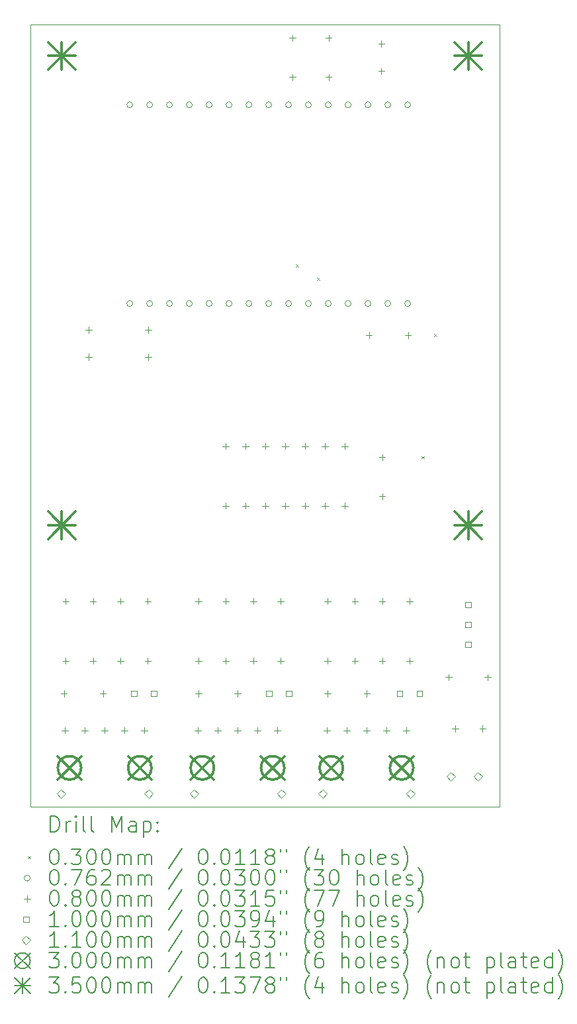
<source format=gbr>
%TF.GenerationSoftware,KiCad,Pcbnew,8.0.0*%
%TF.CreationDate,2024-03-07T23:13:03+02:00*%
%TF.ProjectId,touchdro-board,746f7563-6864-4726-9f2d-626f6172642e,rev?*%
%TF.SameCoordinates,Original*%
%TF.FileFunction,Drillmap*%
%TF.FilePolarity,Positive*%
%FSLAX45Y45*%
G04 Gerber Fmt 4.5, Leading zero omitted, Abs format (unit mm)*
G04 Created by KiCad (PCBNEW 8.0.0) date 2024-03-07 23:13:03*
%MOMM*%
%LPD*%
G01*
G04 APERTURE LIST*
%ADD10C,0.100000*%
%ADD11C,0.200000*%
%ADD12C,0.110000*%
%ADD13C,0.300000*%
%ADD14C,0.350000*%
G04 APERTURE END LIST*
D10*
X10843000Y-5499000D02*
X10843000Y-15499000D01*
X16843000Y-15499000D02*
X16843000Y-5499000D01*
X16843000Y-5499000D02*
X10843000Y-5499000D01*
X10843000Y-15499000D02*
X16843000Y-15499000D01*
D11*
D10*
X14238000Y-8564000D02*
X14268000Y-8594000D01*
X14268000Y-8564000D02*
X14238000Y-8594000D01*
X14508000Y-8734000D02*
X14538000Y-8764000D01*
X14538000Y-8734000D02*
X14508000Y-8764000D01*
X15848000Y-11014000D02*
X15878000Y-11044000D01*
X15878000Y-11014000D02*
X15848000Y-11044000D01*
X16008000Y-9454000D02*
X16038000Y-9484000D01*
X16038000Y-9454000D02*
X16008000Y-9484000D01*
X12150100Y-6524000D02*
G75*
G02*
X12073900Y-6524000I-38100J0D01*
G01*
X12073900Y-6524000D02*
G75*
G02*
X12150100Y-6524000I38100J0D01*
G01*
X12150100Y-9064000D02*
G75*
G02*
X12073900Y-9064000I-38100J0D01*
G01*
X12073900Y-9064000D02*
G75*
G02*
X12150100Y-9064000I38100J0D01*
G01*
X12404100Y-6524000D02*
G75*
G02*
X12327900Y-6524000I-38100J0D01*
G01*
X12327900Y-6524000D02*
G75*
G02*
X12404100Y-6524000I38100J0D01*
G01*
X12404100Y-9064000D02*
G75*
G02*
X12327900Y-9064000I-38100J0D01*
G01*
X12327900Y-9064000D02*
G75*
G02*
X12404100Y-9064000I38100J0D01*
G01*
X12658100Y-6524000D02*
G75*
G02*
X12581900Y-6524000I-38100J0D01*
G01*
X12581900Y-6524000D02*
G75*
G02*
X12658100Y-6524000I38100J0D01*
G01*
X12658100Y-9064000D02*
G75*
G02*
X12581900Y-9064000I-38100J0D01*
G01*
X12581900Y-9064000D02*
G75*
G02*
X12658100Y-9064000I38100J0D01*
G01*
X12912100Y-6524000D02*
G75*
G02*
X12835900Y-6524000I-38100J0D01*
G01*
X12835900Y-6524000D02*
G75*
G02*
X12912100Y-6524000I38100J0D01*
G01*
X12912100Y-9064000D02*
G75*
G02*
X12835900Y-9064000I-38100J0D01*
G01*
X12835900Y-9064000D02*
G75*
G02*
X12912100Y-9064000I38100J0D01*
G01*
X13166100Y-6524000D02*
G75*
G02*
X13089900Y-6524000I-38100J0D01*
G01*
X13089900Y-6524000D02*
G75*
G02*
X13166100Y-6524000I38100J0D01*
G01*
X13166100Y-9064000D02*
G75*
G02*
X13089900Y-9064000I-38100J0D01*
G01*
X13089900Y-9064000D02*
G75*
G02*
X13166100Y-9064000I38100J0D01*
G01*
X13420100Y-6524000D02*
G75*
G02*
X13343900Y-6524000I-38100J0D01*
G01*
X13343900Y-6524000D02*
G75*
G02*
X13420100Y-6524000I38100J0D01*
G01*
X13420100Y-9064000D02*
G75*
G02*
X13343900Y-9064000I-38100J0D01*
G01*
X13343900Y-9064000D02*
G75*
G02*
X13420100Y-9064000I38100J0D01*
G01*
X13674100Y-6524000D02*
G75*
G02*
X13597900Y-6524000I-38100J0D01*
G01*
X13597900Y-6524000D02*
G75*
G02*
X13674100Y-6524000I38100J0D01*
G01*
X13674100Y-9064000D02*
G75*
G02*
X13597900Y-9064000I-38100J0D01*
G01*
X13597900Y-9064000D02*
G75*
G02*
X13674100Y-9064000I38100J0D01*
G01*
X13928100Y-6524000D02*
G75*
G02*
X13851900Y-6524000I-38100J0D01*
G01*
X13851900Y-6524000D02*
G75*
G02*
X13928100Y-6524000I38100J0D01*
G01*
X13928100Y-9064000D02*
G75*
G02*
X13851900Y-9064000I-38100J0D01*
G01*
X13851900Y-9064000D02*
G75*
G02*
X13928100Y-9064000I38100J0D01*
G01*
X14182100Y-6524000D02*
G75*
G02*
X14105900Y-6524000I-38100J0D01*
G01*
X14105900Y-6524000D02*
G75*
G02*
X14182100Y-6524000I38100J0D01*
G01*
X14182100Y-9064000D02*
G75*
G02*
X14105900Y-9064000I-38100J0D01*
G01*
X14105900Y-9064000D02*
G75*
G02*
X14182100Y-9064000I38100J0D01*
G01*
X14436100Y-6524000D02*
G75*
G02*
X14359900Y-6524000I-38100J0D01*
G01*
X14359900Y-6524000D02*
G75*
G02*
X14436100Y-6524000I38100J0D01*
G01*
X14436100Y-9064000D02*
G75*
G02*
X14359900Y-9064000I-38100J0D01*
G01*
X14359900Y-9064000D02*
G75*
G02*
X14436100Y-9064000I38100J0D01*
G01*
X14690100Y-6524000D02*
G75*
G02*
X14613900Y-6524000I-38100J0D01*
G01*
X14613900Y-6524000D02*
G75*
G02*
X14690100Y-6524000I38100J0D01*
G01*
X14690100Y-9064000D02*
G75*
G02*
X14613900Y-9064000I-38100J0D01*
G01*
X14613900Y-9064000D02*
G75*
G02*
X14690100Y-9064000I38100J0D01*
G01*
X14944100Y-6524000D02*
G75*
G02*
X14867900Y-6524000I-38100J0D01*
G01*
X14867900Y-6524000D02*
G75*
G02*
X14944100Y-6524000I38100J0D01*
G01*
X14944100Y-9064000D02*
G75*
G02*
X14867900Y-9064000I-38100J0D01*
G01*
X14867900Y-9064000D02*
G75*
G02*
X14944100Y-9064000I38100J0D01*
G01*
X15198100Y-6524000D02*
G75*
G02*
X15121900Y-6524000I-38100J0D01*
G01*
X15121900Y-6524000D02*
G75*
G02*
X15198100Y-6524000I38100J0D01*
G01*
X15198100Y-9064000D02*
G75*
G02*
X15121900Y-9064000I-38100J0D01*
G01*
X15121900Y-9064000D02*
G75*
G02*
X15198100Y-9064000I38100J0D01*
G01*
X15452100Y-6524000D02*
G75*
G02*
X15375900Y-6524000I-38100J0D01*
G01*
X15375900Y-6524000D02*
G75*
G02*
X15452100Y-6524000I38100J0D01*
G01*
X15452100Y-9064000D02*
G75*
G02*
X15375900Y-9064000I-38100J0D01*
G01*
X15375900Y-9064000D02*
G75*
G02*
X15452100Y-9064000I38100J0D01*
G01*
X15706100Y-6524000D02*
G75*
G02*
X15629900Y-6524000I-38100J0D01*
G01*
X15629900Y-6524000D02*
G75*
G02*
X15706100Y-6524000I38100J0D01*
G01*
X15706100Y-9064000D02*
G75*
G02*
X15629900Y-9064000I-38100J0D01*
G01*
X15629900Y-9064000D02*
G75*
G02*
X15706100Y-9064000I38100J0D01*
G01*
X11270500Y-14009500D02*
X11270500Y-14089500D01*
X11230500Y-14049500D02*
X11310500Y-14049500D01*
X11283000Y-14479000D02*
X11283000Y-14559000D01*
X11243000Y-14519000D02*
X11323000Y-14519000D01*
X11293000Y-12828000D02*
X11293000Y-12908000D01*
X11253000Y-12868000D02*
X11333000Y-12868000D01*
X11293000Y-13590000D02*
X11293000Y-13670000D01*
X11253000Y-13630000D02*
X11333000Y-13630000D01*
X11537000Y-14479000D02*
X11537000Y-14559000D01*
X11497000Y-14519000D02*
X11577000Y-14519000D01*
X11587000Y-9359000D02*
X11587000Y-9439000D01*
X11547000Y-9399000D02*
X11627000Y-9399000D01*
X11587000Y-9709000D02*
X11587000Y-9789000D01*
X11547000Y-9749000D02*
X11627000Y-9749000D01*
X11643000Y-12828000D02*
X11643000Y-12908000D01*
X11603000Y-12868000D02*
X11683000Y-12868000D01*
X11643000Y-13590000D02*
X11643000Y-13670000D01*
X11603000Y-13630000D02*
X11683000Y-13630000D01*
X11770500Y-14009500D02*
X11770500Y-14089500D01*
X11730500Y-14049500D02*
X11810500Y-14049500D01*
X11791000Y-14479000D02*
X11791000Y-14559000D01*
X11751000Y-14519000D02*
X11831000Y-14519000D01*
X11993000Y-12828000D02*
X11993000Y-12908000D01*
X11953000Y-12868000D02*
X12033000Y-12868000D01*
X11993000Y-13590000D02*
X11993000Y-13670000D01*
X11953000Y-13630000D02*
X12033000Y-13630000D01*
X12045000Y-14479000D02*
X12045000Y-14559000D01*
X12005000Y-14519000D02*
X12085000Y-14519000D01*
X12299000Y-14479000D02*
X12299000Y-14559000D01*
X12259000Y-14519000D02*
X12339000Y-14519000D01*
X12343000Y-12828000D02*
X12343000Y-12908000D01*
X12303000Y-12868000D02*
X12383000Y-12868000D01*
X12343000Y-13590000D02*
X12343000Y-13670000D01*
X12303000Y-13630000D02*
X12383000Y-13630000D01*
X12349000Y-9359000D02*
X12349000Y-9439000D01*
X12309000Y-9399000D02*
X12389000Y-9399000D01*
X12349000Y-9709000D02*
X12349000Y-9789000D01*
X12309000Y-9749000D02*
X12389000Y-9749000D01*
X12983000Y-14479000D02*
X12983000Y-14559000D01*
X12943000Y-14519000D02*
X13023000Y-14519000D01*
X12993000Y-12828000D02*
X12993000Y-12908000D01*
X12953000Y-12868000D02*
X13033000Y-12868000D01*
X12993000Y-13590000D02*
X12993000Y-13670000D01*
X12953000Y-13630000D02*
X13033000Y-13630000D01*
X12993000Y-14008500D02*
X12993000Y-14088500D01*
X12953000Y-14048500D02*
X13033000Y-14048500D01*
X13237000Y-14479000D02*
X13237000Y-14559000D01*
X13197000Y-14519000D02*
X13277000Y-14519000D01*
X13339000Y-10847000D02*
X13339000Y-10927000D01*
X13299000Y-10887000D02*
X13379000Y-10887000D01*
X13339000Y-11609000D02*
X13339000Y-11689000D01*
X13299000Y-11649000D02*
X13379000Y-11649000D01*
X13343000Y-12828000D02*
X13343000Y-12908000D01*
X13303000Y-12868000D02*
X13383000Y-12868000D01*
X13343000Y-13590000D02*
X13343000Y-13670000D01*
X13303000Y-13630000D02*
X13383000Y-13630000D01*
X13491000Y-14479000D02*
X13491000Y-14559000D01*
X13451000Y-14519000D02*
X13531000Y-14519000D01*
X13493000Y-14008500D02*
X13493000Y-14088500D01*
X13453000Y-14048500D02*
X13533000Y-14048500D01*
X13593000Y-10847000D02*
X13593000Y-10927000D01*
X13553000Y-10887000D02*
X13633000Y-10887000D01*
X13593000Y-11609000D02*
X13593000Y-11689000D01*
X13553000Y-11649000D02*
X13633000Y-11649000D01*
X13693000Y-12828000D02*
X13693000Y-12908000D01*
X13653000Y-12868000D02*
X13733000Y-12868000D01*
X13693000Y-13590000D02*
X13693000Y-13670000D01*
X13653000Y-13630000D02*
X13733000Y-13630000D01*
X13745000Y-14479000D02*
X13745000Y-14559000D01*
X13705000Y-14519000D02*
X13785000Y-14519000D01*
X13847000Y-10847000D02*
X13847000Y-10927000D01*
X13807000Y-10887000D02*
X13887000Y-10887000D01*
X13847000Y-11609000D02*
X13847000Y-11689000D01*
X13807000Y-11649000D02*
X13887000Y-11649000D01*
X13999000Y-14479000D02*
X13999000Y-14559000D01*
X13959000Y-14519000D02*
X14039000Y-14519000D01*
X14043000Y-12828000D02*
X14043000Y-12908000D01*
X14003000Y-12868000D02*
X14083000Y-12868000D01*
X14043000Y-13590000D02*
X14043000Y-13670000D01*
X14003000Y-13630000D02*
X14083000Y-13630000D01*
X14101000Y-10847000D02*
X14101000Y-10927000D01*
X14061000Y-10887000D02*
X14141000Y-10887000D01*
X14101000Y-11609000D02*
X14101000Y-11689000D01*
X14061000Y-11649000D02*
X14141000Y-11649000D01*
X14193000Y-5629000D02*
X14193000Y-5709000D01*
X14153000Y-5669000D02*
X14233000Y-5669000D01*
X14193000Y-6129000D02*
X14193000Y-6209000D01*
X14153000Y-6169000D02*
X14233000Y-6169000D01*
X14355000Y-10847000D02*
X14355000Y-10927000D01*
X14315000Y-10887000D02*
X14395000Y-10887000D01*
X14355000Y-11609000D02*
X14355000Y-11689000D01*
X14315000Y-11649000D02*
X14395000Y-11649000D01*
X14609000Y-10847000D02*
X14609000Y-10927000D01*
X14569000Y-10887000D02*
X14649000Y-10887000D01*
X14609000Y-11609000D02*
X14609000Y-11689000D01*
X14569000Y-11649000D02*
X14649000Y-11649000D01*
X14633000Y-14479000D02*
X14633000Y-14559000D01*
X14593000Y-14519000D02*
X14673000Y-14519000D01*
X14643000Y-12828000D02*
X14643000Y-12908000D01*
X14603000Y-12868000D02*
X14683000Y-12868000D01*
X14643000Y-13590000D02*
X14643000Y-13670000D01*
X14603000Y-13630000D02*
X14683000Y-13630000D01*
X14645000Y-14008500D02*
X14645000Y-14088500D01*
X14605000Y-14048500D02*
X14685000Y-14048500D01*
X14658000Y-5629000D02*
X14658000Y-5709000D01*
X14618000Y-5669000D02*
X14698000Y-5669000D01*
X14658000Y-6129000D02*
X14658000Y-6209000D01*
X14618000Y-6169000D02*
X14698000Y-6169000D01*
X14863000Y-10847000D02*
X14863000Y-10927000D01*
X14823000Y-10887000D02*
X14903000Y-10887000D01*
X14863000Y-11609000D02*
X14863000Y-11689000D01*
X14823000Y-11649000D02*
X14903000Y-11649000D01*
X14887000Y-14479000D02*
X14887000Y-14559000D01*
X14847000Y-14519000D02*
X14927000Y-14519000D01*
X14993000Y-12828000D02*
X14993000Y-12908000D01*
X14953000Y-12868000D02*
X15033000Y-12868000D01*
X14993000Y-13590000D02*
X14993000Y-13670000D01*
X14953000Y-13630000D02*
X15033000Y-13630000D01*
X15141000Y-14479000D02*
X15141000Y-14559000D01*
X15101000Y-14519000D02*
X15181000Y-14519000D01*
X15145000Y-14008500D02*
X15145000Y-14088500D01*
X15105000Y-14048500D02*
X15185000Y-14048500D01*
X15173000Y-9429000D02*
X15173000Y-9509000D01*
X15133000Y-9469000D02*
X15213000Y-9469000D01*
X15333000Y-5704000D02*
X15333000Y-5784000D01*
X15293000Y-5744000D02*
X15373000Y-5744000D01*
X15333000Y-6054000D02*
X15333000Y-6134000D01*
X15293000Y-6094000D02*
X15373000Y-6094000D01*
X15343000Y-10989000D02*
X15343000Y-11069000D01*
X15303000Y-11029000D02*
X15383000Y-11029000D01*
X15343000Y-11489000D02*
X15343000Y-11569000D01*
X15303000Y-11529000D02*
X15383000Y-11529000D01*
X15343000Y-12828000D02*
X15343000Y-12908000D01*
X15303000Y-12868000D02*
X15383000Y-12868000D01*
X15343000Y-13590000D02*
X15343000Y-13670000D01*
X15303000Y-13630000D02*
X15383000Y-13630000D01*
X15395000Y-14479000D02*
X15395000Y-14559000D01*
X15355000Y-14519000D02*
X15435000Y-14519000D01*
X15649000Y-14479000D02*
X15649000Y-14559000D01*
X15609000Y-14519000D02*
X15689000Y-14519000D01*
X15673000Y-9429000D02*
X15673000Y-9509000D01*
X15633000Y-9469000D02*
X15713000Y-9469000D01*
X15693000Y-12828000D02*
X15693000Y-12908000D01*
X15653000Y-12868000D02*
X15733000Y-12868000D01*
X15693000Y-13590000D02*
X15693000Y-13670000D01*
X15653000Y-13630000D02*
X15733000Y-13630000D01*
X16193000Y-13799000D02*
X16193000Y-13879000D01*
X16153000Y-13839000D02*
X16233000Y-13839000D01*
X16277735Y-14459000D02*
X16277735Y-14539000D01*
X16237735Y-14499000D02*
X16317735Y-14499000D01*
X16627735Y-14459000D02*
X16627735Y-14539000D01*
X16587735Y-14499000D02*
X16667735Y-14499000D01*
X16693000Y-13799000D02*
X16693000Y-13879000D01*
X16653000Y-13839000D02*
X16733000Y-13839000D01*
X12200856Y-14084856D02*
X12200856Y-14014144D01*
X12130144Y-14014144D01*
X12130144Y-14084856D01*
X12200856Y-14084856D01*
X12454856Y-14084856D02*
X12454856Y-14014144D01*
X12384144Y-14014144D01*
X12384144Y-14084856D01*
X12454856Y-14084856D01*
X13928356Y-14084356D02*
X13928356Y-14013644D01*
X13857644Y-14013644D01*
X13857644Y-14084356D01*
X13928356Y-14084356D01*
X14182356Y-14084356D02*
X14182356Y-14013644D01*
X14111644Y-14013644D01*
X14111644Y-14084356D01*
X14182356Y-14084356D01*
X15600856Y-14084856D02*
X15600856Y-14014144D01*
X15530144Y-14014144D01*
X15530144Y-14084856D01*
X15600856Y-14084856D01*
X15854856Y-14084856D02*
X15854856Y-14014144D01*
X15784144Y-14014144D01*
X15784144Y-14084856D01*
X15854856Y-14084856D01*
X16478356Y-12948856D02*
X16478356Y-12878144D01*
X16407644Y-12878144D01*
X16407644Y-12948856D01*
X16478356Y-12948856D01*
X16478356Y-13202856D02*
X16478356Y-13132144D01*
X16407644Y-13132144D01*
X16407644Y-13202856D01*
X16478356Y-13202856D01*
X16478356Y-13456856D02*
X16478356Y-13386144D01*
X16407644Y-13386144D01*
X16407644Y-13456856D01*
X16478356Y-13456856D01*
D12*
X11233000Y-15384000D02*
X11288000Y-15329000D01*
X11233000Y-15274000D01*
X11178000Y-15329000D01*
X11233000Y-15384000D01*
X12353000Y-15384000D02*
X12408000Y-15329000D01*
X12353000Y-15274000D01*
X12298000Y-15329000D01*
X12353000Y-15384000D01*
X12933000Y-15384000D02*
X12988000Y-15329000D01*
X12933000Y-15274000D01*
X12878000Y-15329000D01*
X12933000Y-15384000D01*
X14053000Y-15384000D02*
X14108000Y-15329000D01*
X14053000Y-15274000D01*
X13998000Y-15329000D01*
X14053000Y-15384000D01*
X14583000Y-15384000D02*
X14638000Y-15329000D01*
X14583000Y-15274000D01*
X14528000Y-15329000D01*
X14583000Y-15384000D01*
X15703000Y-15384000D02*
X15758000Y-15329000D01*
X15703000Y-15274000D01*
X15648000Y-15329000D01*
X15703000Y-15384000D01*
X16218000Y-15164000D02*
X16273000Y-15109000D01*
X16218000Y-15054000D01*
X16163000Y-15109000D01*
X16218000Y-15164000D01*
X16568000Y-15164000D02*
X16623000Y-15109000D01*
X16568000Y-15054000D01*
X16513000Y-15109000D01*
X16568000Y-15164000D01*
D13*
X11191000Y-14849000D02*
X11491000Y-15149000D01*
X11491000Y-14849000D02*
X11191000Y-15149000D01*
X11491000Y-14999000D02*
G75*
G02*
X11191000Y-14999000I-150000J0D01*
G01*
X11191000Y-14999000D02*
G75*
G02*
X11491000Y-14999000I150000J0D01*
G01*
X12091000Y-14849000D02*
X12391000Y-15149000D01*
X12391000Y-14849000D02*
X12091000Y-15149000D01*
X12391000Y-14999000D02*
G75*
G02*
X12091000Y-14999000I-150000J0D01*
G01*
X12091000Y-14999000D02*
G75*
G02*
X12391000Y-14999000I150000J0D01*
G01*
X12891000Y-14849000D02*
X13191000Y-15149000D01*
X13191000Y-14849000D02*
X12891000Y-15149000D01*
X13191000Y-14999000D02*
G75*
G02*
X12891000Y-14999000I-150000J0D01*
G01*
X12891000Y-14999000D02*
G75*
G02*
X13191000Y-14999000I150000J0D01*
G01*
X13791000Y-14849000D02*
X14091000Y-15149000D01*
X14091000Y-14849000D02*
X13791000Y-15149000D01*
X14091000Y-14999000D02*
G75*
G02*
X13791000Y-14999000I-150000J0D01*
G01*
X13791000Y-14999000D02*
G75*
G02*
X14091000Y-14999000I150000J0D01*
G01*
X14541000Y-14849000D02*
X14841000Y-15149000D01*
X14841000Y-14849000D02*
X14541000Y-15149000D01*
X14841000Y-14999000D02*
G75*
G02*
X14541000Y-14999000I-150000J0D01*
G01*
X14541000Y-14999000D02*
G75*
G02*
X14841000Y-14999000I150000J0D01*
G01*
X15441000Y-14849000D02*
X15741000Y-15149000D01*
X15741000Y-14849000D02*
X15441000Y-15149000D01*
X15741000Y-14999000D02*
G75*
G02*
X15441000Y-14999000I-150000J0D01*
G01*
X15441000Y-14999000D02*
G75*
G02*
X15741000Y-14999000I150000J0D01*
G01*
D14*
X11068000Y-5724000D02*
X11418000Y-6074000D01*
X11418000Y-5724000D02*
X11068000Y-6074000D01*
X11243000Y-5724000D02*
X11243000Y-6074000D01*
X11068000Y-5899000D02*
X11418000Y-5899000D01*
X11068000Y-11724000D02*
X11418000Y-12074000D01*
X11418000Y-11724000D02*
X11068000Y-12074000D01*
X11243000Y-11724000D02*
X11243000Y-12074000D01*
X11068000Y-11899000D02*
X11418000Y-11899000D01*
X16268000Y-5724000D02*
X16618000Y-6074000D01*
X16618000Y-5724000D02*
X16268000Y-6074000D01*
X16443000Y-5724000D02*
X16443000Y-6074000D01*
X16268000Y-5899000D02*
X16618000Y-5899000D01*
X16268000Y-11724000D02*
X16618000Y-12074000D01*
X16618000Y-11724000D02*
X16268000Y-12074000D01*
X16443000Y-11724000D02*
X16443000Y-12074000D01*
X16268000Y-11899000D02*
X16618000Y-11899000D01*
D11*
X11098777Y-15815484D02*
X11098777Y-15615484D01*
X11098777Y-15615484D02*
X11146396Y-15615484D01*
X11146396Y-15615484D02*
X11174967Y-15625008D01*
X11174967Y-15625008D02*
X11194015Y-15644055D01*
X11194015Y-15644055D02*
X11203539Y-15663103D01*
X11203539Y-15663103D02*
X11213062Y-15701198D01*
X11213062Y-15701198D02*
X11213062Y-15729769D01*
X11213062Y-15729769D02*
X11203539Y-15767865D01*
X11203539Y-15767865D02*
X11194015Y-15786912D01*
X11194015Y-15786912D02*
X11174967Y-15805960D01*
X11174967Y-15805960D02*
X11146396Y-15815484D01*
X11146396Y-15815484D02*
X11098777Y-15815484D01*
X11298777Y-15815484D02*
X11298777Y-15682150D01*
X11298777Y-15720246D02*
X11308301Y-15701198D01*
X11308301Y-15701198D02*
X11317824Y-15691674D01*
X11317824Y-15691674D02*
X11336872Y-15682150D01*
X11336872Y-15682150D02*
X11355920Y-15682150D01*
X11422586Y-15815484D02*
X11422586Y-15682150D01*
X11422586Y-15615484D02*
X11413062Y-15625008D01*
X11413062Y-15625008D02*
X11422586Y-15634531D01*
X11422586Y-15634531D02*
X11432110Y-15625008D01*
X11432110Y-15625008D02*
X11422586Y-15615484D01*
X11422586Y-15615484D02*
X11422586Y-15634531D01*
X11546396Y-15815484D02*
X11527348Y-15805960D01*
X11527348Y-15805960D02*
X11517824Y-15786912D01*
X11517824Y-15786912D02*
X11517824Y-15615484D01*
X11651158Y-15815484D02*
X11632110Y-15805960D01*
X11632110Y-15805960D02*
X11622586Y-15786912D01*
X11622586Y-15786912D02*
X11622586Y-15615484D01*
X11879729Y-15815484D02*
X11879729Y-15615484D01*
X11879729Y-15615484D02*
X11946396Y-15758341D01*
X11946396Y-15758341D02*
X12013062Y-15615484D01*
X12013062Y-15615484D02*
X12013062Y-15815484D01*
X12194015Y-15815484D02*
X12194015Y-15710722D01*
X12194015Y-15710722D02*
X12184491Y-15691674D01*
X12184491Y-15691674D02*
X12165443Y-15682150D01*
X12165443Y-15682150D02*
X12127348Y-15682150D01*
X12127348Y-15682150D02*
X12108301Y-15691674D01*
X12194015Y-15805960D02*
X12174967Y-15815484D01*
X12174967Y-15815484D02*
X12127348Y-15815484D01*
X12127348Y-15815484D02*
X12108301Y-15805960D01*
X12108301Y-15805960D02*
X12098777Y-15786912D01*
X12098777Y-15786912D02*
X12098777Y-15767865D01*
X12098777Y-15767865D02*
X12108301Y-15748817D01*
X12108301Y-15748817D02*
X12127348Y-15739293D01*
X12127348Y-15739293D02*
X12174967Y-15739293D01*
X12174967Y-15739293D02*
X12194015Y-15729769D01*
X12289253Y-15682150D02*
X12289253Y-15882150D01*
X12289253Y-15691674D02*
X12308301Y-15682150D01*
X12308301Y-15682150D02*
X12346396Y-15682150D01*
X12346396Y-15682150D02*
X12365443Y-15691674D01*
X12365443Y-15691674D02*
X12374967Y-15701198D01*
X12374967Y-15701198D02*
X12384491Y-15720246D01*
X12384491Y-15720246D02*
X12384491Y-15777388D01*
X12384491Y-15777388D02*
X12374967Y-15796436D01*
X12374967Y-15796436D02*
X12365443Y-15805960D01*
X12365443Y-15805960D02*
X12346396Y-15815484D01*
X12346396Y-15815484D02*
X12308301Y-15815484D01*
X12308301Y-15815484D02*
X12289253Y-15805960D01*
X12470205Y-15796436D02*
X12479729Y-15805960D01*
X12479729Y-15805960D02*
X12470205Y-15815484D01*
X12470205Y-15815484D02*
X12460682Y-15805960D01*
X12460682Y-15805960D02*
X12470205Y-15796436D01*
X12470205Y-15796436D02*
X12470205Y-15815484D01*
X12470205Y-15691674D02*
X12479729Y-15701198D01*
X12479729Y-15701198D02*
X12470205Y-15710722D01*
X12470205Y-15710722D02*
X12460682Y-15701198D01*
X12460682Y-15701198D02*
X12470205Y-15691674D01*
X12470205Y-15691674D02*
X12470205Y-15710722D01*
D10*
X10808000Y-16129000D02*
X10838000Y-16159000D01*
X10838000Y-16129000D02*
X10808000Y-16159000D01*
D11*
X11136872Y-16035484D02*
X11155920Y-16035484D01*
X11155920Y-16035484D02*
X11174967Y-16045008D01*
X11174967Y-16045008D02*
X11184491Y-16054531D01*
X11184491Y-16054531D02*
X11194015Y-16073579D01*
X11194015Y-16073579D02*
X11203539Y-16111674D01*
X11203539Y-16111674D02*
X11203539Y-16159293D01*
X11203539Y-16159293D02*
X11194015Y-16197388D01*
X11194015Y-16197388D02*
X11184491Y-16216436D01*
X11184491Y-16216436D02*
X11174967Y-16225960D01*
X11174967Y-16225960D02*
X11155920Y-16235484D01*
X11155920Y-16235484D02*
X11136872Y-16235484D01*
X11136872Y-16235484D02*
X11117824Y-16225960D01*
X11117824Y-16225960D02*
X11108301Y-16216436D01*
X11108301Y-16216436D02*
X11098777Y-16197388D01*
X11098777Y-16197388D02*
X11089253Y-16159293D01*
X11089253Y-16159293D02*
X11089253Y-16111674D01*
X11089253Y-16111674D02*
X11098777Y-16073579D01*
X11098777Y-16073579D02*
X11108301Y-16054531D01*
X11108301Y-16054531D02*
X11117824Y-16045008D01*
X11117824Y-16045008D02*
X11136872Y-16035484D01*
X11289253Y-16216436D02*
X11298777Y-16225960D01*
X11298777Y-16225960D02*
X11289253Y-16235484D01*
X11289253Y-16235484D02*
X11279729Y-16225960D01*
X11279729Y-16225960D02*
X11289253Y-16216436D01*
X11289253Y-16216436D02*
X11289253Y-16235484D01*
X11365443Y-16035484D02*
X11489253Y-16035484D01*
X11489253Y-16035484D02*
X11422586Y-16111674D01*
X11422586Y-16111674D02*
X11451158Y-16111674D01*
X11451158Y-16111674D02*
X11470205Y-16121198D01*
X11470205Y-16121198D02*
X11479729Y-16130722D01*
X11479729Y-16130722D02*
X11489253Y-16149769D01*
X11489253Y-16149769D02*
X11489253Y-16197388D01*
X11489253Y-16197388D02*
X11479729Y-16216436D01*
X11479729Y-16216436D02*
X11470205Y-16225960D01*
X11470205Y-16225960D02*
X11451158Y-16235484D01*
X11451158Y-16235484D02*
X11394015Y-16235484D01*
X11394015Y-16235484D02*
X11374967Y-16225960D01*
X11374967Y-16225960D02*
X11365443Y-16216436D01*
X11613062Y-16035484D02*
X11632110Y-16035484D01*
X11632110Y-16035484D02*
X11651158Y-16045008D01*
X11651158Y-16045008D02*
X11660682Y-16054531D01*
X11660682Y-16054531D02*
X11670205Y-16073579D01*
X11670205Y-16073579D02*
X11679729Y-16111674D01*
X11679729Y-16111674D02*
X11679729Y-16159293D01*
X11679729Y-16159293D02*
X11670205Y-16197388D01*
X11670205Y-16197388D02*
X11660682Y-16216436D01*
X11660682Y-16216436D02*
X11651158Y-16225960D01*
X11651158Y-16225960D02*
X11632110Y-16235484D01*
X11632110Y-16235484D02*
X11613062Y-16235484D01*
X11613062Y-16235484D02*
X11594015Y-16225960D01*
X11594015Y-16225960D02*
X11584491Y-16216436D01*
X11584491Y-16216436D02*
X11574967Y-16197388D01*
X11574967Y-16197388D02*
X11565443Y-16159293D01*
X11565443Y-16159293D02*
X11565443Y-16111674D01*
X11565443Y-16111674D02*
X11574967Y-16073579D01*
X11574967Y-16073579D02*
X11584491Y-16054531D01*
X11584491Y-16054531D02*
X11594015Y-16045008D01*
X11594015Y-16045008D02*
X11613062Y-16035484D01*
X11803539Y-16035484D02*
X11822586Y-16035484D01*
X11822586Y-16035484D02*
X11841634Y-16045008D01*
X11841634Y-16045008D02*
X11851158Y-16054531D01*
X11851158Y-16054531D02*
X11860682Y-16073579D01*
X11860682Y-16073579D02*
X11870205Y-16111674D01*
X11870205Y-16111674D02*
X11870205Y-16159293D01*
X11870205Y-16159293D02*
X11860682Y-16197388D01*
X11860682Y-16197388D02*
X11851158Y-16216436D01*
X11851158Y-16216436D02*
X11841634Y-16225960D01*
X11841634Y-16225960D02*
X11822586Y-16235484D01*
X11822586Y-16235484D02*
X11803539Y-16235484D01*
X11803539Y-16235484D02*
X11784491Y-16225960D01*
X11784491Y-16225960D02*
X11774967Y-16216436D01*
X11774967Y-16216436D02*
X11765443Y-16197388D01*
X11765443Y-16197388D02*
X11755920Y-16159293D01*
X11755920Y-16159293D02*
X11755920Y-16111674D01*
X11755920Y-16111674D02*
X11765443Y-16073579D01*
X11765443Y-16073579D02*
X11774967Y-16054531D01*
X11774967Y-16054531D02*
X11784491Y-16045008D01*
X11784491Y-16045008D02*
X11803539Y-16035484D01*
X11955920Y-16235484D02*
X11955920Y-16102150D01*
X11955920Y-16121198D02*
X11965443Y-16111674D01*
X11965443Y-16111674D02*
X11984491Y-16102150D01*
X11984491Y-16102150D02*
X12013063Y-16102150D01*
X12013063Y-16102150D02*
X12032110Y-16111674D01*
X12032110Y-16111674D02*
X12041634Y-16130722D01*
X12041634Y-16130722D02*
X12041634Y-16235484D01*
X12041634Y-16130722D02*
X12051158Y-16111674D01*
X12051158Y-16111674D02*
X12070205Y-16102150D01*
X12070205Y-16102150D02*
X12098777Y-16102150D01*
X12098777Y-16102150D02*
X12117824Y-16111674D01*
X12117824Y-16111674D02*
X12127348Y-16130722D01*
X12127348Y-16130722D02*
X12127348Y-16235484D01*
X12222586Y-16235484D02*
X12222586Y-16102150D01*
X12222586Y-16121198D02*
X12232110Y-16111674D01*
X12232110Y-16111674D02*
X12251158Y-16102150D01*
X12251158Y-16102150D02*
X12279729Y-16102150D01*
X12279729Y-16102150D02*
X12298777Y-16111674D01*
X12298777Y-16111674D02*
X12308301Y-16130722D01*
X12308301Y-16130722D02*
X12308301Y-16235484D01*
X12308301Y-16130722D02*
X12317824Y-16111674D01*
X12317824Y-16111674D02*
X12336872Y-16102150D01*
X12336872Y-16102150D02*
X12365443Y-16102150D01*
X12365443Y-16102150D02*
X12384491Y-16111674D01*
X12384491Y-16111674D02*
X12394015Y-16130722D01*
X12394015Y-16130722D02*
X12394015Y-16235484D01*
X12784491Y-16025960D02*
X12613063Y-16283103D01*
X13041634Y-16035484D02*
X13060682Y-16035484D01*
X13060682Y-16035484D02*
X13079729Y-16045008D01*
X13079729Y-16045008D02*
X13089253Y-16054531D01*
X13089253Y-16054531D02*
X13098777Y-16073579D01*
X13098777Y-16073579D02*
X13108301Y-16111674D01*
X13108301Y-16111674D02*
X13108301Y-16159293D01*
X13108301Y-16159293D02*
X13098777Y-16197388D01*
X13098777Y-16197388D02*
X13089253Y-16216436D01*
X13089253Y-16216436D02*
X13079729Y-16225960D01*
X13079729Y-16225960D02*
X13060682Y-16235484D01*
X13060682Y-16235484D02*
X13041634Y-16235484D01*
X13041634Y-16235484D02*
X13022586Y-16225960D01*
X13022586Y-16225960D02*
X13013063Y-16216436D01*
X13013063Y-16216436D02*
X13003539Y-16197388D01*
X13003539Y-16197388D02*
X12994015Y-16159293D01*
X12994015Y-16159293D02*
X12994015Y-16111674D01*
X12994015Y-16111674D02*
X13003539Y-16073579D01*
X13003539Y-16073579D02*
X13013063Y-16054531D01*
X13013063Y-16054531D02*
X13022586Y-16045008D01*
X13022586Y-16045008D02*
X13041634Y-16035484D01*
X13194015Y-16216436D02*
X13203539Y-16225960D01*
X13203539Y-16225960D02*
X13194015Y-16235484D01*
X13194015Y-16235484D02*
X13184491Y-16225960D01*
X13184491Y-16225960D02*
X13194015Y-16216436D01*
X13194015Y-16216436D02*
X13194015Y-16235484D01*
X13327348Y-16035484D02*
X13346396Y-16035484D01*
X13346396Y-16035484D02*
X13365444Y-16045008D01*
X13365444Y-16045008D02*
X13374967Y-16054531D01*
X13374967Y-16054531D02*
X13384491Y-16073579D01*
X13384491Y-16073579D02*
X13394015Y-16111674D01*
X13394015Y-16111674D02*
X13394015Y-16159293D01*
X13394015Y-16159293D02*
X13384491Y-16197388D01*
X13384491Y-16197388D02*
X13374967Y-16216436D01*
X13374967Y-16216436D02*
X13365444Y-16225960D01*
X13365444Y-16225960D02*
X13346396Y-16235484D01*
X13346396Y-16235484D02*
X13327348Y-16235484D01*
X13327348Y-16235484D02*
X13308301Y-16225960D01*
X13308301Y-16225960D02*
X13298777Y-16216436D01*
X13298777Y-16216436D02*
X13289253Y-16197388D01*
X13289253Y-16197388D02*
X13279729Y-16159293D01*
X13279729Y-16159293D02*
X13279729Y-16111674D01*
X13279729Y-16111674D02*
X13289253Y-16073579D01*
X13289253Y-16073579D02*
X13298777Y-16054531D01*
X13298777Y-16054531D02*
X13308301Y-16045008D01*
X13308301Y-16045008D02*
X13327348Y-16035484D01*
X13584491Y-16235484D02*
X13470206Y-16235484D01*
X13527348Y-16235484D02*
X13527348Y-16035484D01*
X13527348Y-16035484D02*
X13508301Y-16064055D01*
X13508301Y-16064055D02*
X13489253Y-16083103D01*
X13489253Y-16083103D02*
X13470206Y-16092627D01*
X13774967Y-16235484D02*
X13660682Y-16235484D01*
X13717825Y-16235484D02*
X13717825Y-16035484D01*
X13717825Y-16035484D02*
X13698777Y-16064055D01*
X13698777Y-16064055D02*
X13679729Y-16083103D01*
X13679729Y-16083103D02*
X13660682Y-16092627D01*
X13889253Y-16121198D02*
X13870206Y-16111674D01*
X13870206Y-16111674D02*
X13860682Y-16102150D01*
X13860682Y-16102150D02*
X13851158Y-16083103D01*
X13851158Y-16083103D02*
X13851158Y-16073579D01*
X13851158Y-16073579D02*
X13860682Y-16054531D01*
X13860682Y-16054531D02*
X13870206Y-16045008D01*
X13870206Y-16045008D02*
X13889253Y-16035484D01*
X13889253Y-16035484D02*
X13927348Y-16035484D01*
X13927348Y-16035484D02*
X13946396Y-16045008D01*
X13946396Y-16045008D02*
X13955920Y-16054531D01*
X13955920Y-16054531D02*
X13965444Y-16073579D01*
X13965444Y-16073579D02*
X13965444Y-16083103D01*
X13965444Y-16083103D02*
X13955920Y-16102150D01*
X13955920Y-16102150D02*
X13946396Y-16111674D01*
X13946396Y-16111674D02*
X13927348Y-16121198D01*
X13927348Y-16121198D02*
X13889253Y-16121198D01*
X13889253Y-16121198D02*
X13870206Y-16130722D01*
X13870206Y-16130722D02*
X13860682Y-16140246D01*
X13860682Y-16140246D02*
X13851158Y-16159293D01*
X13851158Y-16159293D02*
X13851158Y-16197388D01*
X13851158Y-16197388D02*
X13860682Y-16216436D01*
X13860682Y-16216436D02*
X13870206Y-16225960D01*
X13870206Y-16225960D02*
X13889253Y-16235484D01*
X13889253Y-16235484D02*
X13927348Y-16235484D01*
X13927348Y-16235484D02*
X13946396Y-16225960D01*
X13946396Y-16225960D02*
X13955920Y-16216436D01*
X13955920Y-16216436D02*
X13965444Y-16197388D01*
X13965444Y-16197388D02*
X13965444Y-16159293D01*
X13965444Y-16159293D02*
X13955920Y-16140246D01*
X13955920Y-16140246D02*
X13946396Y-16130722D01*
X13946396Y-16130722D02*
X13927348Y-16121198D01*
X14041634Y-16035484D02*
X14041634Y-16073579D01*
X14117825Y-16035484D02*
X14117825Y-16073579D01*
X14413063Y-16311674D02*
X14403539Y-16302150D01*
X14403539Y-16302150D02*
X14384491Y-16273579D01*
X14384491Y-16273579D02*
X14374968Y-16254531D01*
X14374968Y-16254531D02*
X14365444Y-16225960D01*
X14365444Y-16225960D02*
X14355920Y-16178341D01*
X14355920Y-16178341D02*
X14355920Y-16140246D01*
X14355920Y-16140246D02*
X14365444Y-16092627D01*
X14365444Y-16092627D02*
X14374968Y-16064055D01*
X14374968Y-16064055D02*
X14384491Y-16045008D01*
X14384491Y-16045008D02*
X14403539Y-16016436D01*
X14403539Y-16016436D02*
X14413063Y-16006912D01*
X14574968Y-16102150D02*
X14574968Y-16235484D01*
X14527348Y-16025960D02*
X14479729Y-16168817D01*
X14479729Y-16168817D02*
X14603539Y-16168817D01*
X14832110Y-16235484D02*
X14832110Y-16035484D01*
X14917825Y-16235484D02*
X14917825Y-16130722D01*
X14917825Y-16130722D02*
X14908301Y-16111674D01*
X14908301Y-16111674D02*
X14889253Y-16102150D01*
X14889253Y-16102150D02*
X14860682Y-16102150D01*
X14860682Y-16102150D02*
X14841634Y-16111674D01*
X14841634Y-16111674D02*
X14832110Y-16121198D01*
X15041634Y-16235484D02*
X15022587Y-16225960D01*
X15022587Y-16225960D02*
X15013063Y-16216436D01*
X15013063Y-16216436D02*
X15003539Y-16197388D01*
X15003539Y-16197388D02*
X15003539Y-16140246D01*
X15003539Y-16140246D02*
X15013063Y-16121198D01*
X15013063Y-16121198D02*
X15022587Y-16111674D01*
X15022587Y-16111674D02*
X15041634Y-16102150D01*
X15041634Y-16102150D02*
X15070206Y-16102150D01*
X15070206Y-16102150D02*
X15089253Y-16111674D01*
X15089253Y-16111674D02*
X15098777Y-16121198D01*
X15098777Y-16121198D02*
X15108301Y-16140246D01*
X15108301Y-16140246D02*
X15108301Y-16197388D01*
X15108301Y-16197388D02*
X15098777Y-16216436D01*
X15098777Y-16216436D02*
X15089253Y-16225960D01*
X15089253Y-16225960D02*
X15070206Y-16235484D01*
X15070206Y-16235484D02*
X15041634Y-16235484D01*
X15222587Y-16235484D02*
X15203539Y-16225960D01*
X15203539Y-16225960D02*
X15194015Y-16206912D01*
X15194015Y-16206912D02*
X15194015Y-16035484D01*
X15374968Y-16225960D02*
X15355920Y-16235484D01*
X15355920Y-16235484D02*
X15317825Y-16235484D01*
X15317825Y-16235484D02*
X15298777Y-16225960D01*
X15298777Y-16225960D02*
X15289253Y-16206912D01*
X15289253Y-16206912D02*
X15289253Y-16130722D01*
X15289253Y-16130722D02*
X15298777Y-16111674D01*
X15298777Y-16111674D02*
X15317825Y-16102150D01*
X15317825Y-16102150D02*
X15355920Y-16102150D01*
X15355920Y-16102150D02*
X15374968Y-16111674D01*
X15374968Y-16111674D02*
X15384491Y-16130722D01*
X15384491Y-16130722D02*
X15384491Y-16149769D01*
X15384491Y-16149769D02*
X15289253Y-16168817D01*
X15460682Y-16225960D02*
X15479730Y-16235484D01*
X15479730Y-16235484D02*
X15517825Y-16235484D01*
X15517825Y-16235484D02*
X15536872Y-16225960D01*
X15536872Y-16225960D02*
X15546396Y-16206912D01*
X15546396Y-16206912D02*
X15546396Y-16197388D01*
X15546396Y-16197388D02*
X15536872Y-16178341D01*
X15536872Y-16178341D02*
X15517825Y-16168817D01*
X15517825Y-16168817D02*
X15489253Y-16168817D01*
X15489253Y-16168817D02*
X15470206Y-16159293D01*
X15470206Y-16159293D02*
X15460682Y-16140246D01*
X15460682Y-16140246D02*
X15460682Y-16130722D01*
X15460682Y-16130722D02*
X15470206Y-16111674D01*
X15470206Y-16111674D02*
X15489253Y-16102150D01*
X15489253Y-16102150D02*
X15517825Y-16102150D01*
X15517825Y-16102150D02*
X15536872Y-16111674D01*
X15613063Y-16311674D02*
X15622587Y-16302150D01*
X15622587Y-16302150D02*
X15641634Y-16273579D01*
X15641634Y-16273579D02*
X15651158Y-16254531D01*
X15651158Y-16254531D02*
X15660682Y-16225960D01*
X15660682Y-16225960D02*
X15670206Y-16178341D01*
X15670206Y-16178341D02*
X15670206Y-16140246D01*
X15670206Y-16140246D02*
X15660682Y-16092627D01*
X15660682Y-16092627D02*
X15651158Y-16064055D01*
X15651158Y-16064055D02*
X15641634Y-16045008D01*
X15641634Y-16045008D02*
X15622587Y-16016436D01*
X15622587Y-16016436D02*
X15613063Y-16006912D01*
D10*
X10838000Y-16408000D02*
G75*
G02*
X10761800Y-16408000I-38100J0D01*
G01*
X10761800Y-16408000D02*
G75*
G02*
X10838000Y-16408000I38100J0D01*
G01*
D11*
X11136872Y-16299484D02*
X11155920Y-16299484D01*
X11155920Y-16299484D02*
X11174967Y-16309008D01*
X11174967Y-16309008D02*
X11184491Y-16318531D01*
X11184491Y-16318531D02*
X11194015Y-16337579D01*
X11194015Y-16337579D02*
X11203539Y-16375674D01*
X11203539Y-16375674D02*
X11203539Y-16423293D01*
X11203539Y-16423293D02*
X11194015Y-16461388D01*
X11194015Y-16461388D02*
X11184491Y-16480436D01*
X11184491Y-16480436D02*
X11174967Y-16489960D01*
X11174967Y-16489960D02*
X11155920Y-16499484D01*
X11155920Y-16499484D02*
X11136872Y-16499484D01*
X11136872Y-16499484D02*
X11117824Y-16489960D01*
X11117824Y-16489960D02*
X11108301Y-16480436D01*
X11108301Y-16480436D02*
X11098777Y-16461388D01*
X11098777Y-16461388D02*
X11089253Y-16423293D01*
X11089253Y-16423293D02*
X11089253Y-16375674D01*
X11089253Y-16375674D02*
X11098777Y-16337579D01*
X11098777Y-16337579D02*
X11108301Y-16318531D01*
X11108301Y-16318531D02*
X11117824Y-16309008D01*
X11117824Y-16309008D02*
X11136872Y-16299484D01*
X11289253Y-16480436D02*
X11298777Y-16489960D01*
X11298777Y-16489960D02*
X11289253Y-16499484D01*
X11289253Y-16499484D02*
X11279729Y-16489960D01*
X11279729Y-16489960D02*
X11289253Y-16480436D01*
X11289253Y-16480436D02*
X11289253Y-16499484D01*
X11365443Y-16299484D02*
X11498777Y-16299484D01*
X11498777Y-16299484D02*
X11413062Y-16499484D01*
X11660682Y-16299484D02*
X11622586Y-16299484D01*
X11622586Y-16299484D02*
X11603539Y-16309008D01*
X11603539Y-16309008D02*
X11594015Y-16318531D01*
X11594015Y-16318531D02*
X11574967Y-16347103D01*
X11574967Y-16347103D02*
X11565443Y-16385198D01*
X11565443Y-16385198D02*
X11565443Y-16461388D01*
X11565443Y-16461388D02*
X11574967Y-16480436D01*
X11574967Y-16480436D02*
X11584491Y-16489960D01*
X11584491Y-16489960D02*
X11603539Y-16499484D01*
X11603539Y-16499484D02*
X11641634Y-16499484D01*
X11641634Y-16499484D02*
X11660682Y-16489960D01*
X11660682Y-16489960D02*
X11670205Y-16480436D01*
X11670205Y-16480436D02*
X11679729Y-16461388D01*
X11679729Y-16461388D02*
X11679729Y-16413769D01*
X11679729Y-16413769D02*
X11670205Y-16394722D01*
X11670205Y-16394722D02*
X11660682Y-16385198D01*
X11660682Y-16385198D02*
X11641634Y-16375674D01*
X11641634Y-16375674D02*
X11603539Y-16375674D01*
X11603539Y-16375674D02*
X11584491Y-16385198D01*
X11584491Y-16385198D02*
X11574967Y-16394722D01*
X11574967Y-16394722D02*
X11565443Y-16413769D01*
X11755920Y-16318531D02*
X11765443Y-16309008D01*
X11765443Y-16309008D02*
X11784491Y-16299484D01*
X11784491Y-16299484D02*
X11832110Y-16299484D01*
X11832110Y-16299484D02*
X11851158Y-16309008D01*
X11851158Y-16309008D02*
X11860682Y-16318531D01*
X11860682Y-16318531D02*
X11870205Y-16337579D01*
X11870205Y-16337579D02*
X11870205Y-16356627D01*
X11870205Y-16356627D02*
X11860682Y-16385198D01*
X11860682Y-16385198D02*
X11746396Y-16499484D01*
X11746396Y-16499484D02*
X11870205Y-16499484D01*
X11955920Y-16499484D02*
X11955920Y-16366150D01*
X11955920Y-16385198D02*
X11965443Y-16375674D01*
X11965443Y-16375674D02*
X11984491Y-16366150D01*
X11984491Y-16366150D02*
X12013063Y-16366150D01*
X12013063Y-16366150D02*
X12032110Y-16375674D01*
X12032110Y-16375674D02*
X12041634Y-16394722D01*
X12041634Y-16394722D02*
X12041634Y-16499484D01*
X12041634Y-16394722D02*
X12051158Y-16375674D01*
X12051158Y-16375674D02*
X12070205Y-16366150D01*
X12070205Y-16366150D02*
X12098777Y-16366150D01*
X12098777Y-16366150D02*
X12117824Y-16375674D01*
X12117824Y-16375674D02*
X12127348Y-16394722D01*
X12127348Y-16394722D02*
X12127348Y-16499484D01*
X12222586Y-16499484D02*
X12222586Y-16366150D01*
X12222586Y-16385198D02*
X12232110Y-16375674D01*
X12232110Y-16375674D02*
X12251158Y-16366150D01*
X12251158Y-16366150D02*
X12279729Y-16366150D01*
X12279729Y-16366150D02*
X12298777Y-16375674D01*
X12298777Y-16375674D02*
X12308301Y-16394722D01*
X12308301Y-16394722D02*
X12308301Y-16499484D01*
X12308301Y-16394722D02*
X12317824Y-16375674D01*
X12317824Y-16375674D02*
X12336872Y-16366150D01*
X12336872Y-16366150D02*
X12365443Y-16366150D01*
X12365443Y-16366150D02*
X12384491Y-16375674D01*
X12384491Y-16375674D02*
X12394015Y-16394722D01*
X12394015Y-16394722D02*
X12394015Y-16499484D01*
X12784491Y-16289960D02*
X12613063Y-16547103D01*
X13041634Y-16299484D02*
X13060682Y-16299484D01*
X13060682Y-16299484D02*
X13079729Y-16309008D01*
X13079729Y-16309008D02*
X13089253Y-16318531D01*
X13089253Y-16318531D02*
X13098777Y-16337579D01*
X13098777Y-16337579D02*
X13108301Y-16375674D01*
X13108301Y-16375674D02*
X13108301Y-16423293D01*
X13108301Y-16423293D02*
X13098777Y-16461388D01*
X13098777Y-16461388D02*
X13089253Y-16480436D01*
X13089253Y-16480436D02*
X13079729Y-16489960D01*
X13079729Y-16489960D02*
X13060682Y-16499484D01*
X13060682Y-16499484D02*
X13041634Y-16499484D01*
X13041634Y-16499484D02*
X13022586Y-16489960D01*
X13022586Y-16489960D02*
X13013063Y-16480436D01*
X13013063Y-16480436D02*
X13003539Y-16461388D01*
X13003539Y-16461388D02*
X12994015Y-16423293D01*
X12994015Y-16423293D02*
X12994015Y-16375674D01*
X12994015Y-16375674D02*
X13003539Y-16337579D01*
X13003539Y-16337579D02*
X13013063Y-16318531D01*
X13013063Y-16318531D02*
X13022586Y-16309008D01*
X13022586Y-16309008D02*
X13041634Y-16299484D01*
X13194015Y-16480436D02*
X13203539Y-16489960D01*
X13203539Y-16489960D02*
X13194015Y-16499484D01*
X13194015Y-16499484D02*
X13184491Y-16489960D01*
X13184491Y-16489960D02*
X13194015Y-16480436D01*
X13194015Y-16480436D02*
X13194015Y-16499484D01*
X13327348Y-16299484D02*
X13346396Y-16299484D01*
X13346396Y-16299484D02*
X13365444Y-16309008D01*
X13365444Y-16309008D02*
X13374967Y-16318531D01*
X13374967Y-16318531D02*
X13384491Y-16337579D01*
X13384491Y-16337579D02*
X13394015Y-16375674D01*
X13394015Y-16375674D02*
X13394015Y-16423293D01*
X13394015Y-16423293D02*
X13384491Y-16461388D01*
X13384491Y-16461388D02*
X13374967Y-16480436D01*
X13374967Y-16480436D02*
X13365444Y-16489960D01*
X13365444Y-16489960D02*
X13346396Y-16499484D01*
X13346396Y-16499484D02*
X13327348Y-16499484D01*
X13327348Y-16499484D02*
X13308301Y-16489960D01*
X13308301Y-16489960D02*
X13298777Y-16480436D01*
X13298777Y-16480436D02*
X13289253Y-16461388D01*
X13289253Y-16461388D02*
X13279729Y-16423293D01*
X13279729Y-16423293D02*
X13279729Y-16375674D01*
X13279729Y-16375674D02*
X13289253Y-16337579D01*
X13289253Y-16337579D02*
X13298777Y-16318531D01*
X13298777Y-16318531D02*
X13308301Y-16309008D01*
X13308301Y-16309008D02*
X13327348Y-16299484D01*
X13460682Y-16299484D02*
X13584491Y-16299484D01*
X13584491Y-16299484D02*
X13517825Y-16375674D01*
X13517825Y-16375674D02*
X13546396Y-16375674D01*
X13546396Y-16375674D02*
X13565444Y-16385198D01*
X13565444Y-16385198D02*
X13574967Y-16394722D01*
X13574967Y-16394722D02*
X13584491Y-16413769D01*
X13584491Y-16413769D02*
X13584491Y-16461388D01*
X13584491Y-16461388D02*
X13574967Y-16480436D01*
X13574967Y-16480436D02*
X13565444Y-16489960D01*
X13565444Y-16489960D02*
X13546396Y-16499484D01*
X13546396Y-16499484D02*
X13489253Y-16499484D01*
X13489253Y-16499484D02*
X13470206Y-16489960D01*
X13470206Y-16489960D02*
X13460682Y-16480436D01*
X13708301Y-16299484D02*
X13727348Y-16299484D01*
X13727348Y-16299484D02*
X13746396Y-16309008D01*
X13746396Y-16309008D02*
X13755920Y-16318531D01*
X13755920Y-16318531D02*
X13765444Y-16337579D01*
X13765444Y-16337579D02*
X13774967Y-16375674D01*
X13774967Y-16375674D02*
X13774967Y-16423293D01*
X13774967Y-16423293D02*
X13765444Y-16461388D01*
X13765444Y-16461388D02*
X13755920Y-16480436D01*
X13755920Y-16480436D02*
X13746396Y-16489960D01*
X13746396Y-16489960D02*
X13727348Y-16499484D01*
X13727348Y-16499484D02*
X13708301Y-16499484D01*
X13708301Y-16499484D02*
X13689253Y-16489960D01*
X13689253Y-16489960D02*
X13679729Y-16480436D01*
X13679729Y-16480436D02*
X13670206Y-16461388D01*
X13670206Y-16461388D02*
X13660682Y-16423293D01*
X13660682Y-16423293D02*
X13660682Y-16375674D01*
X13660682Y-16375674D02*
X13670206Y-16337579D01*
X13670206Y-16337579D02*
X13679729Y-16318531D01*
X13679729Y-16318531D02*
X13689253Y-16309008D01*
X13689253Y-16309008D02*
X13708301Y-16299484D01*
X13898777Y-16299484D02*
X13917825Y-16299484D01*
X13917825Y-16299484D02*
X13936872Y-16309008D01*
X13936872Y-16309008D02*
X13946396Y-16318531D01*
X13946396Y-16318531D02*
X13955920Y-16337579D01*
X13955920Y-16337579D02*
X13965444Y-16375674D01*
X13965444Y-16375674D02*
X13965444Y-16423293D01*
X13965444Y-16423293D02*
X13955920Y-16461388D01*
X13955920Y-16461388D02*
X13946396Y-16480436D01*
X13946396Y-16480436D02*
X13936872Y-16489960D01*
X13936872Y-16489960D02*
X13917825Y-16499484D01*
X13917825Y-16499484D02*
X13898777Y-16499484D01*
X13898777Y-16499484D02*
X13879729Y-16489960D01*
X13879729Y-16489960D02*
X13870206Y-16480436D01*
X13870206Y-16480436D02*
X13860682Y-16461388D01*
X13860682Y-16461388D02*
X13851158Y-16423293D01*
X13851158Y-16423293D02*
X13851158Y-16375674D01*
X13851158Y-16375674D02*
X13860682Y-16337579D01*
X13860682Y-16337579D02*
X13870206Y-16318531D01*
X13870206Y-16318531D02*
X13879729Y-16309008D01*
X13879729Y-16309008D02*
X13898777Y-16299484D01*
X14041634Y-16299484D02*
X14041634Y-16337579D01*
X14117825Y-16299484D02*
X14117825Y-16337579D01*
X14413063Y-16575674D02*
X14403539Y-16566150D01*
X14403539Y-16566150D02*
X14384491Y-16537579D01*
X14384491Y-16537579D02*
X14374968Y-16518531D01*
X14374968Y-16518531D02*
X14365444Y-16489960D01*
X14365444Y-16489960D02*
X14355920Y-16442341D01*
X14355920Y-16442341D02*
X14355920Y-16404246D01*
X14355920Y-16404246D02*
X14365444Y-16356627D01*
X14365444Y-16356627D02*
X14374968Y-16328055D01*
X14374968Y-16328055D02*
X14384491Y-16309008D01*
X14384491Y-16309008D02*
X14403539Y-16280436D01*
X14403539Y-16280436D02*
X14413063Y-16270912D01*
X14470206Y-16299484D02*
X14594015Y-16299484D01*
X14594015Y-16299484D02*
X14527348Y-16375674D01*
X14527348Y-16375674D02*
X14555920Y-16375674D01*
X14555920Y-16375674D02*
X14574968Y-16385198D01*
X14574968Y-16385198D02*
X14584491Y-16394722D01*
X14584491Y-16394722D02*
X14594015Y-16413769D01*
X14594015Y-16413769D02*
X14594015Y-16461388D01*
X14594015Y-16461388D02*
X14584491Y-16480436D01*
X14584491Y-16480436D02*
X14574968Y-16489960D01*
X14574968Y-16489960D02*
X14555920Y-16499484D01*
X14555920Y-16499484D02*
X14498777Y-16499484D01*
X14498777Y-16499484D02*
X14479729Y-16489960D01*
X14479729Y-16489960D02*
X14470206Y-16480436D01*
X14717825Y-16299484D02*
X14736872Y-16299484D01*
X14736872Y-16299484D02*
X14755920Y-16309008D01*
X14755920Y-16309008D02*
X14765444Y-16318531D01*
X14765444Y-16318531D02*
X14774968Y-16337579D01*
X14774968Y-16337579D02*
X14784491Y-16375674D01*
X14784491Y-16375674D02*
X14784491Y-16423293D01*
X14784491Y-16423293D02*
X14774968Y-16461388D01*
X14774968Y-16461388D02*
X14765444Y-16480436D01*
X14765444Y-16480436D02*
X14755920Y-16489960D01*
X14755920Y-16489960D02*
X14736872Y-16499484D01*
X14736872Y-16499484D02*
X14717825Y-16499484D01*
X14717825Y-16499484D02*
X14698777Y-16489960D01*
X14698777Y-16489960D02*
X14689253Y-16480436D01*
X14689253Y-16480436D02*
X14679729Y-16461388D01*
X14679729Y-16461388D02*
X14670206Y-16423293D01*
X14670206Y-16423293D02*
X14670206Y-16375674D01*
X14670206Y-16375674D02*
X14679729Y-16337579D01*
X14679729Y-16337579D02*
X14689253Y-16318531D01*
X14689253Y-16318531D02*
X14698777Y-16309008D01*
X14698777Y-16309008D02*
X14717825Y-16299484D01*
X15022587Y-16499484D02*
X15022587Y-16299484D01*
X15108301Y-16499484D02*
X15108301Y-16394722D01*
X15108301Y-16394722D02*
X15098777Y-16375674D01*
X15098777Y-16375674D02*
X15079730Y-16366150D01*
X15079730Y-16366150D02*
X15051158Y-16366150D01*
X15051158Y-16366150D02*
X15032110Y-16375674D01*
X15032110Y-16375674D02*
X15022587Y-16385198D01*
X15232110Y-16499484D02*
X15213063Y-16489960D01*
X15213063Y-16489960D02*
X15203539Y-16480436D01*
X15203539Y-16480436D02*
X15194015Y-16461388D01*
X15194015Y-16461388D02*
X15194015Y-16404246D01*
X15194015Y-16404246D02*
X15203539Y-16385198D01*
X15203539Y-16385198D02*
X15213063Y-16375674D01*
X15213063Y-16375674D02*
X15232110Y-16366150D01*
X15232110Y-16366150D02*
X15260682Y-16366150D01*
X15260682Y-16366150D02*
X15279730Y-16375674D01*
X15279730Y-16375674D02*
X15289253Y-16385198D01*
X15289253Y-16385198D02*
X15298777Y-16404246D01*
X15298777Y-16404246D02*
X15298777Y-16461388D01*
X15298777Y-16461388D02*
X15289253Y-16480436D01*
X15289253Y-16480436D02*
X15279730Y-16489960D01*
X15279730Y-16489960D02*
X15260682Y-16499484D01*
X15260682Y-16499484D02*
X15232110Y-16499484D01*
X15413063Y-16499484D02*
X15394015Y-16489960D01*
X15394015Y-16489960D02*
X15384491Y-16470912D01*
X15384491Y-16470912D02*
X15384491Y-16299484D01*
X15565444Y-16489960D02*
X15546396Y-16499484D01*
X15546396Y-16499484D02*
X15508301Y-16499484D01*
X15508301Y-16499484D02*
X15489253Y-16489960D01*
X15489253Y-16489960D02*
X15479730Y-16470912D01*
X15479730Y-16470912D02*
X15479730Y-16394722D01*
X15479730Y-16394722D02*
X15489253Y-16375674D01*
X15489253Y-16375674D02*
X15508301Y-16366150D01*
X15508301Y-16366150D02*
X15546396Y-16366150D01*
X15546396Y-16366150D02*
X15565444Y-16375674D01*
X15565444Y-16375674D02*
X15574968Y-16394722D01*
X15574968Y-16394722D02*
X15574968Y-16413769D01*
X15574968Y-16413769D02*
X15479730Y-16432817D01*
X15651158Y-16489960D02*
X15670206Y-16499484D01*
X15670206Y-16499484D02*
X15708301Y-16499484D01*
X15708301Y-16499484D02*
X15727349Y-16489960D01*
X15727349Y-16489960D02*
X15736872Y-16470912D01*
X15736872Y-16470912D02*
X15736872Y-16461388D01*
X15736872Y-16461388D02*
X15727349Y-16442341D01*
X15727349Y-16442341D02*
X15708301Y-16432817D01*
X15708301Y-16432817D02*
X15679730Y-16432817D01*
X15679730Y-16432817D02*
X15660682Y-16423293D01*
X15660682Y-16423293D02*
X15651158Y-16404246D01*
X15651158Y-16404246D02*
X15651158Y-16394722D01*
X15651158Y-16394722D02*
X15660682Y-16375674D01*
X15660682Y-16375674D02*
X15679730Y-16366150D01*
X15679730Y-16366150D02*
X15708301Y-16366150D01*
X15708301Y-16366150D02*
X15727349Y-16375674D01*
X15803539Y-16575674D02*
X15813063Y-16566150D01*
X15813063Y-16566150D02*
X15832111Y-16537579D01*
X15832111Y-16537579D02*
X15841634Y-16518531D01*
X15841634Y-16518531D02*
X15851158Y-16489960D01*
X15851158Y-16489960D02*
X15860682Y-16442341D01*
X15860682Y-16442341D02*
X15860682Y-16404246D01*
X15860682Y-16404246D02*
X15851158Y-16356627D01*
X15851158Y-16356627D02*
X15841634Y-16328055D01*
X15841634Y-16328055D02*
X15832111Y-16309008D01*
X15832111Y-16309008D02*
X15813063Y-16280436D01*
X15813063Y-16280436D02*
X15803539Y-16270912D01*
D10*
X10798000Y-16632000D02*
X10798000Y-16712000D01*
X10758000Y-16672000D02*
X10838000Y-16672000D01*
D11*
X11136872Y-16563484D02*
X11155920Y-16563484D01*
X11155920Y-16563484D02*
X11174967Y-16573008D01*
X11174967Y-16573008D02*
X11184491Y-16582531D01*
X11184491Y-16582531D02*
X11194015Y-16601579D01*
X11194015Y-16601579D02*
X11203539Y-16639674D01*
X11203539Y-16639674D02*
X11203539Y-16687293D01*
X11203539Y-16687293D02*
X11194015Y-16725388D01*
X11194015Y-16725388D02*
X11184491Y-16744436D01*
X11184491Y-16744436D02*
X11174967Y-16753960D01*
X11174967Y-16753960D02*
X11155920Y-16763484D01*
X11155920Y-16763484D02*
X11136872Y-16763484D01*
X11136872Y-16763484D02*
X11117824Y-16753960D01*
X11117824Y-16753960D02*
X11108301Y-16744436D01*
X11108301Y-16744436D02*
X11098777Y-16725388D01*
X11098777Y-16725388D02*
X11089253Y-16687293D01*
X11089253Y-16687293D02*
X11089253Y-16639674D01*
X11089253Y-16639674D02*
X11098777Y-16601579D01*
X11098777Y-16601579D02*
X11108301Y-16582531D01*
X11108301Y-16582531D02*
X11117824Y-16573008D01*
X11117824Y-16573008D02*
X11136872Y-16563484D01*
X11289253Y-16744436D02*
X11298777Y-16753960D01*
X11298777Y-16753960D02*
X11289253Y-16763484D01*
X11289253Y-16763484D02*
X11279729Y-16753960D01*
X11279729Y-16753960D02*
X11289253Y-16744436D01*
X11289253Y-16744436D02*
X11289253Y-16763484D01*
X11413062Y-16649198D02*
X11394015Y-16639674D01*
X11394015Y-16639674D02*
X11384491Y-16630150D01*
X11384491Y-16630150D02*
X11374967Y-16611103D01*
X11374967Y-16611103D02*
X11374967Y-16601579D01*
X11374967Y-16601579D02*
X11384491Y-16582531D01*
X11384491Y-16582531D02*
X11394015Y-16573008D01*
X11394015Y-16573008D02*
X11413062Y-16563484D01*
X11413062Y-16563484D02*
X11451158Y-16563484D01*
X11451158Y-16563484D02*
X11470205Y-16573008D01*
X11470205Y-16573008D02*
X11479729Y-16582531D01*
X11479729Y-16582531D02*
X11489253Y-16601579D01*
X11489253Y-16601579D02*
X11489253Y-16611103D01*
X11489253Y-16611103D02*
X11479729Y-16630150D01*
X11479729Y-16630150D02*
X11470205Y-16639674D01*
X11470205Y-16639674D02*
X11451158Y-16649198D01*
X11451158Y-16649198D02*
X11413062Y-16649198D01*
X11413062Y-16649198D02*
X11394015Y-16658722D01*
X11394015Y-16658722D02*
X11384491Y-16668246D01*
X11384491Y-16668246D02*
X11374967Y-16687293D01*
X11374967Y-16687293D02*
X11374967Y-16725388D01*
X11374967Y-16725388D02*
X11384491Y-16744436D01*
X11384491Y-16744436D02*
X11394015Y-16753960D01*
X11394015Y-16753960D02*
X11413062Y-16763484D01*
X11413062Y-16763484D02*
X11451158Y-16763484D01*
X11451158Y-16763484D02*
X11470205Y-16753960D01*
X11470205Y-16753960D02*
X11479729Y-16744436D01*
X11479729Y-16744436D02*
X11489253Y-16725388D01*
X11489253Y-16725388D02*
X11489253Y-16687293D01*
X11489253Y-16687293D02*
X11479729Y-16668246D01*
X11479729Y-16668246D02*
X11470205Y-16658722D01*
X11470205Y-16658722D02*
X11451158Y-16649198D01*
X11613062Y-16563484D02*
X11632110Y-16563484D01*
X11632110Y-16563484D02*
X11651158Y-16573008D01*
X11651158Y-16573008D02*
X11660682Y-16582531D01*
X11660682Y-16582531D02*
X11670205Y-16601579D01*
X11670205Y-16601579D02*
X11679729Y-16639674D01*
X11679729Y-16639674D02*
X11679729Y-16687293D01*
X11679729Y-16687293D02*
X11670205Y-16725388D01*
X11670205Y-16725388D02*
X11660682Y-16744436D01*
X11660682Y-16744436D02*
X11651158Y-16753960D01*
X11651158Y-16753960D02*
X11632110Y-16763484D01*
X11632110Y-16763484D02*
X11613062Y-16763484D01*
X11613062Y-16763484D02*
X11594015Y-16753960D01*
X11594015Y-16753960D02*
X11584491Y-16744436D01*
X11584491Y-16744436D02*
X11574967Y-16725388D01*
X11574967Y-16725388D02*
X11565443Y-16687293D01*
X11565443Y-16687293D02*
X11565443Y-16639674D01*
X11565443Y-16639674D02*
X11574967Y-16601579D01*
X11574967Y-16601579D02*
X11584491Y-16582531D01*
X11584491Y-16582531D02*
X11594015Y-16573008D01*
X11594015Y-16573008D02*
X11613062Y-16563484D01*
X11803539Y-16563484D02*
X11822586Y-16563484D01*
X11822586Y-16563484D02*
X11841634Y-16573008D01*
X11841634Y-16573008D02*
X11851158Y-16582531D01*
X11851158Y-16582531D02*
X11860682Y-16601579D01*
X11860682Y-16601579D02*
X11870205Y-16639674D01*
X11870205Y-16639674D02*
X11870205Y-16687293D01*
X11870205Y-16687293D02*
X11860682Y-16725388D01*
X11860682Y-16725388D02*
X11851158Y-16744436D01*
X11851158Y-16744436D02*
X11841634Y-16753960D01*
X11841634Y-16753960D02*
X11822586Y-16763484D01*
X11822586Y-16763484D02*
X11803539Y-16763484D01*
X11803539Y-16763484D02*
X11784491Y-16753960D01*
X11784491Y-16753960D02*
X11774967Y-16744436D01*
X11774967Y-16744436D02*
X11765443Y-16725388D01*
X11765443Y-16725388D02*
X11755920Y-16687293D01*
X11755920Y-16687293D02*
X11755920Y-16639674D01*
X11755920Y-16639674D02*
X11765443Y-16601579D01*
X11765443Y-16601579D02*
X11774967Y-16582531D01*
X11774967Y-16582531D02*
X11784491Y-16573008D01*
X11784491Y-16573008D02*
X11803539Y-16563484D01*
X11955920Y-16763484D02*
X11955920Y-16630150D01*
X11955920Y-16649198D02*
X11965443Y-16639674D01*
X11965443Y-16639674D02*
X11984491Y-16630150D01*
X11984491Y-16630150D02*
X12013063Y-16630150D01*
X12013063Y-16630150D02*
X12032110Y-16639674D01*
X12032110Y-16639674D02*
X12041634Y-16658722D01*
X12041634Y-16658722D02*
X12041634Y-16763484D01*
X12041634Y-16658722D02*
X12051158Y-16639674D01*
X12051158Y-16639674D02*
X12070205Y-16630150D01*
X12070205Y-16630150D02*
X12098777Y-16630150D01*
X12098777Y-16630150D02*
X12117824Y-16639674D01*
X12117824Y-16639674D02*
X12127348Y-16658722D01*
X12127348Y-16658722D02*
X12127348Y-16763484D01*
X12222586Y-16763484D02*
X12222586Y-16630150D01*
X12222586Y-16649198D02*
X12232110Y-16639674D01*
X12232110Y-16639674D02*
X12251158Y-16630150D01*
X12251158Y-16630150D02*
X12279729Y-16630150D01*
X12279729Y-16630150D02*
X12298777Y-16639674D01*
X12298777Y-16639674D02*
X12308301Y-16658722D01*
X12308301Y-16658722D02*
X12308301Y-16763484D01*
X12308301Y-16658722D02*
X12317824Y-16639674D01*
X12317824Y-16639674D02*
X12336872Y-16630150D01*
X12336872Y-16630150D02*
X12365443Y-16630150D01*
X12365443Y-16630150D02*
X12384491Y-16639674D01*
X12384491Y-16639674D02*
X12394015Y-16658722D01*
X12394015Y-16658722D02*
X12394015Y-16763484D01*
X12784491Y-16553960D02*
X12613063Y-16811103D01*
X13041634Y-16563484D02*
X13060682Y-16563484D01*
X13060682Y-16563484D02*
X13079729Y-16573008D01*
X13079729Y-16573008D02*
X13089253Y-16582531D01*
X13089253Y-16582531D02*
X13098777Y-16601579D01*
X13098777Y-16601579D02*
X13108301Y-16639674D01*
X13108301Y-16639674D02*
X13108301Y-16687293D01*
X13108301Y-16687293D02*
X13098777Y-16725388D01*
X13098777Y-16725388D02*
X13089253Y-16744436D01*
X13089253Y-16744436D02*
X13079729Y-16753960D01*
X13079729Y-16753960D02*
X13060682Y-16763484D01*
X13060682Y-16763484D02*
X13041634Y-16763484D01*
X13041634Y-16763484D02*
X13022586Y-16753960D01*
X13022586Y-16753960D02*
X13013063Y-16744436D01*
X13013063Y-16744436D02*
X13003539Y-16725388D01*
X13003539Y-16725388D02*
X12994015Y-16687293D01*
X12994015Y-16687293D02*
X12994015Y-16639674D01*
X12994015Y-16639674D02*
X13003539Y-16601579D01*
X13003539Y-16601579D02*
X13013063Y-16582531D01*
X13013063Y-16582531D02*
X13022586Y-16573008D01*
X13022586Y-16573008D02*
X13041634Y-16563484D01*
X13194015Y-16744436D02*
X13203539Y-16753960D01*
X13203539Y-16753960D02*
X13194015Y-16763484D01*
X13194015Y-16763484D02*
X13184491Y-16753960D01*
X13184491Y-16753960D02*
X13194015Y-16744436D01*
X13194015Y-16744436D02*
X13194015Y-16763484D01*
X13327348Y-16563484D02*
X13346396Y-16563484D01*
X13346396Y-16563484D02*
X13365444Y-16573008D01*
X13365444Y-16573008D02*
X13374967Y-16582531D01*
X13374967Y-16582531D02*
X13384491Y-16601579D01*
X13384491Y-16601579D02*
X13394015Y-16639674D01*
X13394015Y-16639674D02*
X13394015Y-16687293D01*
X13394015Y-16687293D02*
X13384491Y-16725388D01*
X13384491Y-16725388D02*
X13374967Y-16744436D01*
X13374967Y-16744436D02*
X13365444Y-16753960D01*
X13365444Y-16753960D02*
X13346396Y-16763484D01*
X13346396Y-16763484D02*
X13327348Y-16763484D01*
X13327348Y-16763484D02*
X13308301Y-16753960D01*
X13308301Y-16753960D02*
X13298777Y-16744436D01*
X13298777Y-16744436D02*
X13289253Y-16725388D01*
X13289253Y-16725388D02*
X13279729Y-16687293D01*
X13279729Y-16687293D02*
X13279729Y-16639674D01*
X13279729Y-16639674D02*
X13289253Y-16601579D01*
X13289253Y-16601579D02*
X13298777Y-16582531D01*
X13298777Y-16582531D02*
X13308301Y-16573008D01*
X13308301Y-16573008D02*
X13327348Y-16563484D01*
X13460682Y-16563484D02*
X13584491Y-16563484D01*
X13584491Y-16563484D02*
X13517825Y-16639674D01*
X13517825Y-16639674D02*
X13546396Y-16639674D01*
X13546396Y-16639674D02*
X13565444Y-16649198D01*
X13565444Y-16649198D02*
X13574967Y-16658722D01*
X13574967Y-16658722D02*
X13584491Y-16677769D01*
X13584491Y-16677769D02*
X13584491Y-16725388D01*
X13584491Y-16725388D02*
X13574967Y-16744436D01*
X13574967Y-16744436D02*
X13565444Y-16753960D01*
X13565444Y-16753960D02*
X13546396Y-16763484D01*
X13546396Y-16763484D02*
X13489253Y-16763484D01*
X13489253Y-16763484D02*
X13470206Y-16753960D01*
X13470206Y-16753960D02*
X13460682Y-16744436D01*
X13774967Y-16763484D02*
X13660682Y-16763484D01*
X13717825Y-16763484D02*
X13717825Y-16563484D01*
X13717825Y-16563484D02*
X13698777Y-16592055D01*
X13698777Y-16592055D02*
X13679729Y-16611103D01*
X13679729Y-16611103D02*
X13660682Y-16620627D01*
X13955920Y-16563484D02*
X13860682Y-16563484D01*
X13860682Y-16563484D02*
X13851158Y-16658722D01*
X13851158Y-16658722D02*
X13860682Y-16649198D01*
X13860682Y-16649198D02*
X13879729Y-16639674D01*
X13879729Y-16639674D02*
X13927348Y-16639674D01*
X13927348Y-16639674D02*
X13946396Y-16649198D01*
X13946396Y-16649198D02*
X13955920Y-16658722D01*
X13955920Y-16658722D02*
X13965444Y-16677769D01*
X13965444Y-16677769D02*
X13965444Y-16725388D01*
X13965444Y-16725388D02*
X13955920Y-16744436D01*
X13955920Y-16744436D02*
X13946396Y-16753960D01*
X13946396Y-16753960D02*
X13927348Y-16763484D01*
X13927348Y-16763484D02*
X13879729Y-16763484D01*
X13879729Y-16763484D02*
X13860682Y-16753960D01*
X13860682Y-16753960D02*
X13851158Y-16744436D01*
X14041634Y-16563484D02*
X14041634Y-16601579D01*
X14117825Y-16563484D02*
X14117825Y-16601579D01*
X14413063Y-16839674D02*
X14403539Y-16830150D01*
X14403539Y-16830150D02*
X14384491Y-16801579D01*
X14384491Y-16801579D02*
X14374968Y-16782531D01*
X14374968Y-16782531D02*
X14365444Y-16753960D01*
X14365444Y-16753960D02*
X14355920Y-16706341D01*
X14355920Y-16706341D02*
X14355920Y-16668246D01*
X14355920Y-16668246D02*
X14365444Y-16620627D01*
X14365444Y-16620627D02*
X14374968Y-16592055D01*
X14374968Y-16592055D02*
X14384491Y-16573008D01*
X14384491Y-16573008D02*
X14403539Y-16544436D01*
X14403539Y-16544436D02*
X14413063Y-16534912D01*
X14470206Y-16563484D02*
X14603539Y-16563484D01*
X14603539Y-16563484D02*
X14517825Y-16763484D01*
X14660682Y-16563484D02*
X14794015Y-16563484D01*
X14794015Y-16563484D02*
X14708301Y-16763484D01*
X15022587Y-16763484D02*
X15022587Y-16563484D01*
X15108301Y-16763484D02*
X15108301Y-16658722D01*
X15108301Y-16658722D02*
X15098777Y-16639674D01*
X15098777Y-16639674D02*
X15079730Y-16630150D01*
X15079730Y-16630150D02*
X15051158Y-16630150D01*
X15051158Y-16630150D02*
X15032110Y-16639674D01*
X15032110Y-16639674D02*
X15022587Y-16649198D01*
X15232110Y-16763484D02*
X15213063Y-16753960D01*
X15213063Y-16753960D02*
X15203539Y-16744436D01*
X15203539Y-16744436D02*
X15194015Y-16725388D01*
X15194015Y-16725388D02*
X15194015Y-16668246D01*
X15194015Y-16668246D02*
X15203539Y-16649198D01*
X15203539Y-16649198D02*
X15213063Y-16639674D01*
X15213063Y-16639674D02*
X15232110Y-16630150D01*
X15232110Y-16630150D02*
X15260682Y-16630150D01*
X15260682Y-16630150D02*
X15279730Y-16639674D01*
X15279730Y-16639674D02*
X15289253Y-16649198D01*
X15289253Y-16649198D02*
X15298777Y-16668246D01*
X15298777Y-16668246D02*
X15298777Y-16725388D01*
X15298777Y-16725388D02*
X15289253Y-16744436D01*
X15289253Y-16744436D02*
X15279730Y-16753960D01*
X15279730Y-16753960D02*
X15260682Y-16763484D01*
X15260682Y-16763484D02*
X15232110Y-16763484D01*
X15413063Y-16763484D02*
X15394015Y-16753960D01*
X15394015Y-16753960D02*
X15384491Y-16734912D01*
X15384491Y-16734912D02*
X15384491Y-16563484D01*
X15565444Y-16753960D02*
X15546396Y-16763484D01*
X15546396Y-16763484D02*
X15508301Y-16763484D01*
X15508301Y-16763484D02*
X15489253Y-16753960D01*
X15489253Y-16753960D02*
X15479730Y-16734912D01*
X15479730Y-16734912D02*
X15479730Y-16658722D01*
X15479730Y-16658722D02*
X15489253Y-16639674D01*
X15489253Y-16639674D02*
X15508301Y-16630150D01*
X15508301Y-16630150D02*
X15546396Y-16630150D01*
X15546396Y-16630150D02*
X15565444Y-16639674D01*
X15565444Y-16639674D02*
X15574968Y-16658722D01*
X15574968Y-16658722D02*
X15574968Y-16677769D01*
X15574968Y-16677769D02*
X15479730Y-16696817D01*
X15651158Y-16753960D02*
X15670206Y-16763484D01*
X15670206Y-16763484D02*
X15708301Y-16763484D01*
X15708301Y-16763484D02*
X15727349Y-16753960D01*
X15727349Y-16753960D02*
X15736872Y-16734912D01*
X15736872Y-16734912D02*
X15736872Y-16725388D01*
X15736872Y-16725388D02*
X15727349Y-16706341D01*
X15727349Y-16706341D02*
X15708301Y-16696817D01*
X15708301Y-16696817D02*
X15679730Y-16696817D01*
X15679730Y-16696817D02*
X15660682Y-16687293D01*
X15660682Y-16687293D02*
X15651158Y-16668246D01*
X15651158Y-16668246D02*
X15651158Y-16658722D01*
X15651158Y-16658722D02*
X15660682Y-16639674D01*
X15660682Y-16639674D02*
X15679730Y-16630150D01*
X15679730Y-16630150D02*
X15708301Y-16630150D01*
X15708301Y-16630150D02*
X15727349Y-16639674D01*
X15803539Y-16839674D02*
X15813063Y-16830150D01*
X15813063Y-16830150D02*
X15832111Y-16801579D01*
X15832111Y-16801579D02*
X15841634Y-16782531D01*
X15841634Y-16782531D02*
X15851158Y-16753960D01*
X15851158Y-16753960D02*
X15860682Y-16706341D01*
X15860682Y-16706341D02*
X15860682Y-16668246D01*
X15860682Y-16668246D02*
X15851158Y-16620627D01*
X15851158Y-16620627D02*
X15841634Y-16592055D01*
X15841634Y-16592055D02*
X15832111Y-16573008D01*
X15832111Y-16573008D02*
X15813063Y-16544436D01*
X15813063Y-16544436D02*
X15803539Y-16534912D01*
D10*
X10823356Y-16971356D02*
X10823356Y-16900644D01*
X10752644Y-16900644D01*
X10752644Y-16971356D01*
X10823356Y-16971356D01*
D11*
X11203539Y-17027484D02*
X11089253Y-17027484D01*
X11146396Y-17027484D02*
X11146396Y-16827484D01*
X11146396Y-16827484D02*
X11127348Y-16856055D01*
X11127348Y-16856055D02*
X11108301Y-16875103D01*
X11108301Y-16875103D02*
X11089253Y-16884627D01*
X11289253Y-17008436D02*
X11298777Y-17017960D01*
X11298777Y-17017960D02*
X11289253Y-17027484D01*
X11289253Y-17027484D02*
X11279729Y-17017960D01*
X11279729Y-17017960D02*
X11289253Y-17008436D01*
X11289253Y-17008436D02*
X11289253Y-17027484D01*
X11422586Y-16827484D02*
X11441634Y-16827484D01*
X11441634Y-16827484D02*
X11460682Y-16837008D01*
X11460682Y-16837008D02*
X11470205Y-16846531D01*
X11470205Y-16846531D02*
X11479729Y-16865579D01*
X11479729Y-16865579D02*
X11489253Y-16903674D01*
X11489253Y-16903674D02*
X11489253Y-16951293D01*
X11489253Y-16951293D02*
X11479729Y-16989389D01*
X11479729Y-16989389D02*
X11470205Y-17008436D01*
X11470205Y-17008436D02*
X11460682Y-17017960D01*
X11460682Y-17017960D02*
X11441634Y-17027484D01*
X11441634Y-17027484D02*
X11422586Y-17027484D01*
X11422586Y-17027484D02*
X11403539Y-17017960D01*
X11403539Y-17017960D02*
X11394015Y-17008436D01*
X11394015Y-17008436D02*
X11384491Y-16989389D01*
X11384491Y-16989389D02*
X11374967Y-16951293D01*
X11374967Y-16951293D02*
X11374967Y-16903674D01*
X11374967Y-16903674D02*
X11384491Y-16865579D01*
X11384491Y-16865579D02*
X11394015Y-16846531D01*
X11394015Y-16846531D02*
X11403539Y-16837008D01*
X11403539Y-16837008D02*
X11422586Y-16827484D01*
X11613062Y-16827484D02*
X11632110Y-16827484D01*
X11632110Y-16827484D02*
X11651158Y-16837008D01*
X11651158Y-16837008D02*
X11660682Y-16846531D01*
X11660682Y-16846531D02*
X11670205Y-16865579D01*
X11670205Y-16865579D02*
X11679729Y-16903674D01*
X11679729Y-16903674D02*
X11679729Y-16951293D01*
X11679729Y-16951293D02*
X11670205Y-16989389D01*
X11670205Y-16989389D02*
X11660682Y-17008436D01*
X11660682Y-17008436D02*
X11651158Y-17017960D01*
X11651158Y-17017960D02*
X11632110Y-17027484D01*
X11632110Y-17027484D02*
X11613062Y-17027484D01*
X11613062Y-17027484D02*
X11594015Y-17017960D01*
X11594015Y-17017960D02*
X11584491Y-17008436D01*
X11584491Y-17008436D02*
X11574967Y-16989389D01*
X11574967Y-16989389D02*
X11565443Y-16951293D01*
X11565443Y-16951293D02*
X11565443Y-16903674D01*
X11565443Y-16903674D02*
X11574967Y-16865579D01*
X11574967Y-16865579D02*
X11584491Y-16846531D01*
X11584491Y-16846531D02*
X11594015Y-16837008D01*
X11594015Y-16837008D02*
X11613062Y-16827484D01*
X11803539Y-16827484D02*
X11822586Y-16827484D01*
X11822586Y-16827484D02*
X11841634Y-16837008D01*
X11841634Y-16837008D02*
X11851158Y-16846531D01*
X11851158Y-16846531D02*
X11860682Y-16865579D01*
X11860682Y-16865579D02*
X11870205Y-16903674D01*
X11870205Y-16903674D02*
X11870205Y-16951293D01*
X11870205Y-16951293D02*
X11860682Y-16989389D01*
X11860682Y-16989389D02*
X11851158Y-17008436D01*
X11851158Y-17008436D02*
X11841634Y-17017960D01*
X11841634Y-17017960D02*
X11822586Y-17027484D01*
X11822586Y-17027484D02*
X11803539Y-17027484D01*
X11803539Y-17027484D02*
X11784491Y-17017960D01*
X11784491Y-17017960D02*
X11774967Y-17008436D01*
X11774967Y-17008436D02*
X11765443Y-16989389D01*
X11765443Y-16989389D02*
X11755920Y-16951293D01*
X11755920Y-16951293D02*
X11755920Y-16903674D01*
X11755920Y-16903674D02*
X11765443Y-16865579D01*
X11765443Y-16865579D02*
X11774967Y-16846531D01*
X11774967Y-16846531D02*
X11784491Y-16837008D01*
X11784491Y-16837008D02*
X11803539Y-16827484D01*
X11955920Y-17027484D02*
X11955920Y-16894150D01*
X11955920Y-16913198D02*
X11965443Y-16903674D01*
X11965443Y-16903674D02*
X11984491Y-16894150D01*
X11984491Y-16894150D02*
X12013063Y-16894150D01*
X12013063Y-16894150D02*
X12032110Y-16903674D01*
X12032110Y-16903674D02*
X12041634Y-16922722D01*
X12041634Y-16922722D02*
X12041634Y-17027484D01*
X12041634Y-16922722D02*
X12051158Y-16903674D01*
X12051158Y-16903674D02*
X12070205Y-16894150D01*
X12070205Y-16894150D02*
X12098777Y-16894150D01*
X12098777Y-16894150D02*
X12117824Y-16903674D01*
X12117824Y-16903674D02*
X12127348Y-16922722D01*
X12127348Y-16922722D02*
X12127348Y-17027484D01*
X12222586Y-17027484D02*
X12222586Y-16894150D01*
X12222586Y-16913198D02*
X12232110Y-16903674D01*
X12232110Y-16903674D02*
X12251158Y-16894150D01*
X12251158Y-16894150D02*
X12279729Y-16894150D01*
X12279729Y-16894150D02*
X12298777Y-16903674D01*
X12298777Y-16903674D02*
X12308301Y-16922722D01*
X12308301Y-16922722D02*
X12308301Y-17027484D01*
X12308301Y-16922722D02*
X12317824Y-16903674D01*
X12317824Y-16903674D02*
X12336872Y-16894150D01*
X12336872Y-16894150D02*
X12365443Y-16894150D01*
X12365443Y-16894150D02*
X12384491Y-16903674D01*
X12384491Y-16903674D02*
X12394015Y-16922722D01*
X12394015Y-16922722D02*
X12394015Y-17027484D01*
X12784491Y-16817960D02*
X12613063Y-17075103D01*
X13041634Y-16827484D02*
X13060682Y-16827484D01*
X13060682Y-16827484D02*
X13079729Y-16837008D01*
X13079729Y-16837008D02*
X13089253Y-16846531D01*
X13089253Y-16846531D02*
X13098777Y-16865579D01*
X13098777Y-16865579D02*
X13108301Y-16903674D01*
X13108301Y-16903674D02*
X13108301Y-16951293D01*
X13108301Y-16951293D02*
X13098777Y-16989389D01*
X13098777Y-16989389D02*
X13089253Y-17008436D01*
X13089253Y-17008436D02*
X13079729Y-17017960D01*
X13079729Y-17017960D02*
X13060682Y-17027484D01*
X13060682Y-17027484D02*
X13041634Y-17027484D01*
X13041634Y-17027484D02*
X13022586Y-17017960D01*
X13022586Y-17017960D02*
X13013063Y-17008436D01*
X13013063Y-17008436D02*
X13003539Y-16989389D01*
X13003539Y-16989389D02*
X12994015Y-16951293D01*
X12994015Y-16951293D02*
X12994015Y-16903674D01*
X12994015Y-16903674D02*
X13003539Y-16865579D01*
X13003539Y-16865579D02*
X13013063Y-16846531D01*
X13013063Y-16846531D02*
X13022586Y-16837008D01*
X13022586Y-16837008D02*
X13041634Y-16827484D01*
X13194015Y-17008436D02*
X13203539Y-17017960D01*
X13203539Y-17017960D02*
X13194015Y-17027484D01*
X13194015Y-17027484D02*
X13184491Y-17017960D01*
X13184491Y-17017960D02*
X13194015Y-17008436D01*
X13194015Y-17008436D02*
X13194015Y-17027484D01*
X13327348Y-16827484D02*
X13346396Y-16827484D01*
X13346396Y-16827484D02*
X13365444Y-16837008D01*
X13365444Y-16837008D02*
X13374967Y-16846531D01*
X13374967Y-16846531D02*
X13384491Y-16865579D01*
X13384491Y-16865579D02*
X13394015Y-16903674D01*
X13394015Y-16903674D02*
X13394015Y-16951293D01*
X13394015Y-16951293D02*
X13384491Y-16989389D01*
X13384491Y-16989389D02*
X13374967Y-17008436D01*
X13374967Y-17008436D02*
X13365444Y-17017960D01*
X13365444Y-17017960D02*
X13346396Y-17027484D01*
X13346396Y-17027484D02*
X13327348Y-17027484D01*
X13327348Y-17027484D02*
X13308301Y-17017960D01*
X13308301Y-17017960D02*
X13298777Y-17008436D01*
X13298777Y-17008436D02*
X13289253Y-16989389D01*
X13289253Y-16989389D02*
X13279729Y-16951293D01*
X13279729Y-16951293D02*
X13279729Y-16903674D01*
X13279729Y-16903674D02*
X13289253Y-16865579D01*
X13289253Y-16865579D02*
X13298777Y-16846531D01*
X13298777Y-16846531D02*
X13308301Y-16837008D01*
X13308301Y-16837008D02*
X13327348Y-16827484D01*
X13460682Y-16827484D02*
X13584491Y-16827484D01*
X13584491Y-16827484D02*
X13517825Y-16903674D01*
X13517825Y-16903674D02*
X13546396Y-16903674D01*
X13546396Y-16903674D02*
X13565444Y-16913198D01*
X13565444Y-16913198D02*
X13574967Y-16922722D01*
X13574967Y-16922722D02*
X13584491Y-16941770D01*
X13584491Y-16941770D02*
X13584491Y-16989389D01*
X13584491Y-16989389D02*
X13574967Y-17008436D01*
X13574967Y-17008436D02*
X13565444Y-17017960D01*
X13565444Y-17017960D02*
X13546396Y-17027484D01*
X13546396Y-17027484D02*
X13489253Y-17027484D01*
X13489253Y-17027484D02*
X13470206Y-17017960D01*
X13470206Y-17017960D02*
X13460682Y-17008436D01*
X13679729Y-17027484D02*
X13717825Y-17027484D01*
X13717825Y-17027484D02*
X13736872Y-17017960D01*
X13736872Y-17017960D02*
X13746396Y-17008436D01*
X13746396Y-17008436D02*
X13765444Y-16979865D01*
X13765444Y-16979865D02*
X13774967Y-16941770D01*
X13774967Y-16941770D02*
X13774967Y-16865579D01*
X13774967Y-16865579D02*
X13765444Y-16846531D01*
X13765444Y-16846531D02*
X13755920Y-16837008D01*
X13755920Y-16837008D02*
X13736872Y-16827484D01*
X13736872Y-16827484D02*
X13698777Y-16827484D01*
X13698777Y-16827484D02*
X13679729Y-16837008D01*
X13679729Y-16837008D02*
X13670206Y-16846531D01*
X13670206Y-16846531D02*
X13660682Y-16865579D01*
X13660682Y-16865579D02*
X13660682Y-16913198D01*
X13660682Y-16913198D02*
X13670206Y-16932246D01*
X13670206Y-16932246D02*
X13679729Y-16941770D01*
X13679729Y-16941770D02*
X13698777Y-16951293D01*
X13698777Y-16951293D02*
X13736872Y-16951293D01*
X13736872Y-16951293D02*
X13755920Y-16941770D01*
X13755920Y-16941770D02*
X13765444Y-16932246D01*
X13765444Y-16932246D02*
X13774967Y-16913198D01*
X13946396Y-16894150D02*
X13946396Y-17027484D01*
X13898777Y-16817960D02*
X13851158Y-16960817D01*
X13851158Y-16960817D02*
X13974967Y-16960817D01*
X14041634Y-16827484D02*
X14041634Y-16865579D01*
X14117825Y-16827484D02*
X14117825Y-16865579D01*
X14413063Y-17103674D02*
X14403539Y-17094150D01*
X14403539Y-17094150D02*
X14384491Y-17065579D01*
X14384491Y-17065579D02*
X14374968Y-17046531D01*
X14374968Y-17046531D02*
X14365444Y-17017960D01*
X14365444Y-17017960D02*
X14355920Y-16970341D01*
X14355920Y-16970341D02*
X14355920Y-16932246D01*
X14355920Y-16932246D02*
X14365444Y-16884627D01*
X14365444Y-16884627D02*
X14374968Y-16856055D01*
X14374968Y-16856055D02*
X14384491Y-16837008D01*
X14384491Y-16837008D02*
X14403539Y-16808436D01*
X14403539Y-16808436D02*
X14413063Y-16798912D01*
X14498777Y-17027484D02*
X14536872Y-17027484D01*
X14536872Y-17027484D02*
X14555920Y-17017960D01*
X14555920Y-17017960D02*
X14565444Y-17008436D01*
X14565444Y-17008436D02*
X14584491Y-16979865D01*
X14584491Y-16979865D02*
X14594015Y-16941770D01*
X14594015Y-16941770D02*
X14594015Y-16865579D01*
X14594015Y-16865579D02*
X14584491Y-16846531D01*
X14584491Y-16846531D02*
X14574968Y-16837008D01*
X14574968Y-16837008D02*
X14555920Y-16827484D01*
X14555920Y-16827484D02*
X14517825Y-16827484D01*
X14517825Y-16827484D02*
X14498777Y-16837008D01*
X14498777Y-16837008D02*
X14489253Y-16846531D01*
X14489253Y-16846531D02*
X14479729Y-16865579D01*
X14479729Y-16865579D02*
X14479729Y-16913198D01*
X14479729Y-16913198D02*
X14489253Y-16932246D01*
X14489253Y-16932246D02*
X14498777Y-16941770D01*
X14498777Y-16941770D02*
X14517825Y-16951293D01*
X14517825Y-16951293D02*
X14555920Y-16951293D01*
X14555920Y-16951293D02*
X14574968Y-16941770D01*
X14574968Y-16941770D02*
X14584491Y-16932246D01*
X14584491Y-16932246D02*
X14594015Y-16913198D01*
X14832110Y-17027484D02*
X14832110Y-16827484D01*
X14917825Y-17027484D02*
X14917825Y-16922722D01*
X14917825Y-16922722D02*
X14908301Y-16903674D01*
X14908301Y-16903674D02*
X14889253Y-16894150D01*
X14889253Y-16894150D02*
X14860682Y-16894150D01*
X14860682Y-16894150D02*
X14841634Y-16903674D01*
X14841634Y-16903674D02*
X14832110Y-16913198D01*
X15041634Y-17027484D02*
X15022587Y-17017960D01*
X15022587Y-17017960D02*
X15013063Y-17008436D01*
X15013063Y-17008436D02*
X15003539Y-16989389D01*
X15003539Y-16989389D02*
X15003539Y-16932246D01*
X15003539Y-16932246D02*
X15013063Y-16913198D01*
X15013063Y-16913198D02*
X15022587Y-16903674D01*
X15022587Y-16903674D02*
X15041634Y-16894150D01*
X15041634Y-16894150D02*
X15070206Y-16894150D01*
X15070206Y-16894150D02*
X15089253Y-16903674D01*
X15089253Y-16903674D02*
X15098777Y-16913198D01*
X15098777Y-16913198D02*
X15108301Y-16932246D01*
X15108301Y-16932246D02*
X15108301Y-16989389D01*
X15108301Y-16989389D02*
X15098777Y-17008436D01*
X15098777Y-17008436D02*
X15089253Y-17017960D01*
X15089253Y-17017960D02*
X15070206Y-17027484D01*
X15070206Y-17027484D02*
X15041634Y-17027484D01*
X15222587Y-17027484D02*
X15203539Y-17017960D01*
X15203539Y-17017960D02*
X15194015Y-16998912D01*
X15194015Y-16998912D02*
X15194015Y-16827484D01*
X15374968Y-17017960D02*
X15355920Y-17027484D01*
X15355920Y-17027484D02*
X15317825Y-17027484D01*
X15317825Y-17027484D02*
X15298777Y-17017960D01*
X15298777Y-17017960D02*
X15289253Y-16998912D01*
X15289253Y-16998912D02*
X15289253Y-16922722D01*
X15289253Y-16922722D02*
X15298777Y-16903674D01*
X15298777Y-16903674D02*
X15317825Y-16894150D01*
X15317825Y-16894150D02*
X15355920Y-16894150D01*
X15355920Y-16894150D02*
X15374968Y-16903674D01*
X15374968Y-16903674D02*
X15384491Y-16922722D01*
X15384491Y-16922722D02*
X15384491Y-16941770D01*
X15384491Y-16941770D02*
X15289253Y-16960817D01*
X15460682Y-17017960D02*
X15479730Y-17027484D01*
X15479730Y-17027484D02*
X15517825Y-17027484D01*
X15517825Y-17027484D02*
X15536872Y-17017960D01*
X15536872Y-17017960D02*
X15546396Y-16998912D01*
X15546396Y-16998912D02*
X15546396Y-16989389D01*
X15546396Y-16989389D02*
X15536872Y-16970341D01*
X15536872Y-16970341D02*
X15517825Y-16960817D01*
X15517825Y-16960817D02*
X15489253Y-16960817D01*
X15489253Y-16960817D02*
X15470206Y-16951293D01*
X15470206Y-16951293D02*
X15460682Y-16932246D01*
X15460682Y-16932246D02*
X15460682Y-16922722D01*
X15460682Y-16922722D02*
X15470206Y-16903674D01*
X15470206Y-16903674D02*
X15489253Y-16894150D01*
X15489253Y-16894150D02*
X15517825Y-16894150D01*
X15517825Y-16894150D02*
X15536872Y-16903674D01*
X15613063Y-17103674D02*
X15622587Y-17094150D01*
X15622587Y-17094150D02*
X15641634Y-17065579D01*
X15641634Y-17065579D02*
X15651158Y-17046531D01*
X15651158Y-17046531D02*
X15660682Y-17017960D01*
X15660682Y-17017960D02*
X15670206Y-16970341D01*
X15670206Y-16970341D02*
X15670206Y-16932246D01*
X15670206Y-16932246D02*
X15660682Y-16884627D01*
X15660682Y-16884627D02*
X15651158Y-16856055D01*
X15651158Y-16856055D02*
X15641634Y-16837008D01*
X15641634Y-16837008D02*
X15622587Y-16808436D01*
X15622587Y-16808436D02*
X15613063Y-16798912D01*
D12*
X10783000Y-17255000D02*
X10838000Y-17200000D01*
X10783000Y-17145000D01*
X10728000Y-17200000D01*
X10783000Y-17255000D01*
D11*
X11203539Y-17291484D02*
X11089253Y-17291484D01*
X11146396Y-17291484D02*
X11146396Y-17091484D01*
X11146396Y-17091484D02*
X11127348Y-17120055D01*
X11127348Y-17120055D02*
X11108301Y-17139103D01*
X11108301Y-17139103D02*
X11089253Y-17148627D01*
X11289253Y-17272436D02*
X11298777Y-17281960D01*
X11298777Y-17281960D02*
X11289253Y-17291484D01*
X11289253Y-17291484D02*
X11279729Y-17281960D01*
X11279729Y-17281960D02*
X11289253Y-17272436D01*
X11289253Y-17272436D02*
X11289253Y-17291484D01*
X11489253Y-17291484D02*
X11374967Y-17291484D01*
X11432110Y-17291484D02*
X11432110Y-17091484D01*
X11432110Y-17091484D02*
X11413062Y-17120055D01*
X11413062Y-17120055D02*
X11394015Y-17139103D01*
X11394015Y-17139103D02*
X11374967Y-17148627D01*
X11613062Y-17091484D02*
X11632110Y-17091484D01*
X11632110Y-17091484D02*
X11651158Y-17101008D01*
X11651158Y-17101008D02*
X11660682Y-17110531D01*
X11660682Y-17110531D02*
X11670205Y-17129579D01*
X11670205Y-17129579D02*
X11679729Y-17167674D01*
X11679729Y-17167674D02*
X11679729Y-17215293D01*
X11679729Y-17215293D02*
X11670205Y-17253389D01*
X11670205Y-17253389D02*
X11660682Y-17272436D01*
X11660682Y-17272436D02*
X11651158Y-17281960D01*
X11651158Y-17281960D02*
X11632110Y-17291484D01*
X11632110Y-17291484D02*
X11613062Y-17291484D01*
X11613062Y-17291484D02*
X11594015Y-17281960D01*
X11594015Y-17281960D02*
X11584491Y-17272436D01*
X11584491Y-17272436D02*
X11574967Y-17253389D01*
X11574967Y-17253389D02*
X11565443Y-17215293D01*
X11565443Y-17215293D02*
X11565443Y-17167674D01*
X11565443Y-17167674D02*
X11574967Y-17129579D01*
X11574967Y-17129579D02*
X11584491Y-17110531D01*
X11584491Y-17110531D02*
X11594015Y-17101008D01*
X11594015Y-17101008D02*
X11613062Y-17091484D01*
X11803539Y-17091484D02*
X11822586Y-17091484D01*
X11822586Y-17091484D02*
X11841634Y-17101008D01*
X11841634Y-17101008D02*
X11851158Y-17110531D01*
X11851158Y-17110531D02*
X11860682Y-17129579D01*
X11860682Y-17129579D02*
X11870205Y-17167674D01*
X11870205Y-17167674D02*
X11870205Y-17215293D01*
X11870205Y-17215293D02*
X11860682Y-17253389D01*
X11860682Y-17253389D02*
X11851158Y-17272436D01*
X11851158Y-17272436D02*
X11841634Y-17281960D01*
X11841634Y-17281960D02*
X11822586Y-17291484D01*
X11822586Y-17291484D02*
X11803539Y-17291484D01*
X11803539Y-17291484D02*
X11784491Y-17281960D01*
X11784491Y-17281960D02*
X11774967Y-17272436D01*
X11774967Y-17272436D02*
X11765443Y-17253389D01*
X11765443Y-17253389D02*
X11755920Y-17215293D01*
X11755920Y-17215293D02*
X11755920Y-17167674D01*
X11755920Y-17167674D02*
X11765443Y-17129579D01*
X11765443Y-17129579D02*
X11774967Y-17110531D01*
X11774967Y-17110531D02*
X11784491Y-17101008D01*
X11784491Y-17101008D02*
X11803539Y-17091484D01*
X11955920Y-17291484D02*
X11955920Y-17158150D01*
X11955920Y-17177198D02*
X11965443Y-17167674D01*
X11965443Y-17167674D02*
X11984491Y-17158150D01*
X11984491Y-17158150D02*
X12013063Y-17158150D01*
X12013063Y-17158150D02*
X12032110Y-17167674D01*
X12032110Y-17167674D02*
X12041634Y-17186722D01*
X12041634Y-17186722D02*
X12041634Y-17291484D01*
X12041634Y-17186722D02*
X12051158Y-17167674D01*
X12051158Y-17167674D02*
X12070205Y-17158150D01*
X12070205Y-17158150D02*
X12098777Y-17158150D01*
X12098777Y-17158150D02*
X12117824Y-17167674D01*
X12117824Y-17167674D02*
X12127348Y-17186722D01*
X12127348Y-17186722D02*
X12127348Y-17291484D01*
X12222586Y-17291484D02*
X12222586Y-17158150D01*
X12222586Y-17177198D02*
X12232110Y-17167674D01*
X12232110Y-17167674D02*
X12251158Y-17158150D01*
X12251158Y-17158150D02*
X12279729Y-17158150D01*
X12279729Y-17158150D02*
X12298777Y-17167674D01*
X12298777Y-17167674D02*
X12308301Y-17186722D01*
X12308301Y-17186722D02*
X12308301Y-17291484D01*
X12308301Y-17186722D02*
X12317824Y-17167674D01*
X12317824Y-17167674D02*
X12336872Y-17158150D01*
X12336872Y-17158150D02*
X12365443Y-17158150D01*
X12365443Y-17158150D02*
X12384491Y-17167674D01*
X12384491Y-17167674D02*
X12394015Y-17186722D01*
X12394015Y-17186722D02*
X12394015Y-17291484D01*
X12784491Y-17081960D02*
X12613063Y-17339103D01*
X13041634Y-17091484D02*
X13060682Y-17091484D01*
X13060682Y-17091484D02*
X13079729Y-17101008D01*
X13079729Y-17101008D02*
X13089253Y-17110531D01*
X13089253Y-17110531D02*
X13098777Y-17129579D01*
X13098777Y-17129579D02*
X13108301Y-17167674D01*
X13108301Y-17167674D02*
X13108301Y-17215293D01*
X13108301Y-17215293D02*
X13098777Y-17253389D01*
X13098777Y-17253389D02*
X13089253Y-17272436D01*
X13089253Y-17272436D02*
X13079729Y-17281960D01*
X13079729Y-17281960D02*
X13060682Y-17291484D01*
X13060682Y-17291484D02*
X13041634Y-17291484D01*
X13041634Y-17291484D02*
X13022586Y-17281960D01*
X13022586Y-17281960D02*
X13013063Y-17272436D01*
X13013063Y-17272436D02*
X13003539Y-17253389D01*
X13003539Y-17253389D02*
X12994015Y-17215293D01*
X12994015Y-17215293D02*
X12994015Y-17167674D01*
X12994015Y-17167674D02*
X13003539Y-17129579D01*
X13003539Y-17129579D02*
X13013063Y-17110531D01*
X13013063Y-17110531D02*
X13022586Y-17101008D01*
X13022586Y-17101008D02*
X13041634Y-17091484D01*
X13194015Y-17272436D02*
X13203539Y-17281960D01*
X13203539Y-17281960D02*
X13194015Y-17291484D01*
X13194015Y-17291484D02*
X13184491Y-17281960D01*
X13184491Y-17281960D02*
X13194015Y-17272436D01*
X13194015Y-17272436D02*
X13194015Y-17291484D01*
X13327348Y-17091484D02*
X13346396Y-17091484D01*
X13346396Y-17091484D02*
X13365444Y-17101008D01*
X13365444Y-17101008D02*
X13374967Y-17110531D01*
X13374967Y-17110531D02*
X13384491Y-17129579D01*
X13384491Y-17129579D02*
X13394015Y-17167674D01*
X13394015Y-17167674D02*
X13394015Y-17215293D01*
X13394015Y-17215293D02*
X13384491Y-17253389D01*
X13384491Y-17253389D02*
X13374967Y-17272436D01*
X13374967Y-17272436D02*
X13365444Y-17281960D01*
X13365444Y-17281960D02*
X13346396Y-17291484D01*
X13346396Y-17291484D02*
X13327348Y-17291484D01*
X13327348Y-17291484D02*
X13308301Y-17281960D01*
X13308301Y-17281960D02*
X13298777Y-17272436D01*
X13298777Y-17272436D02*
X13289253Y-17253389D01*
X13289253Y-17253389D02*
X13279729Y-17215293D01*
X13279729Y-17215293D02*
X13279729Y-17167674D01*
X13279729Y-17167674D02*
X13289253Y-17129579D01*
X13289253Y-17129579D02*
X13298777Y-17110531D01*
X13298777Y-17110531D02*
X13308301Y-17101008D01*
X13308301Y-17101008D02*
X13327348Y-17091484D01*
X13565444Y-17158150D02*
X13565444Y-17291484D01*
X13517825Y-17081960D02*
X13470206Y-17224817D01*
X13470206Y-17224817D02*
X13594015Y-17224817D01*
X13651158Y-17091484D02*
X13774967Y-17091484D01*
X13774967Y-17091484D02*
X13708301Y-17167674D01*
X13708301Y-17167674D02*
X13736872Y-17167674D01*
X13736872Y-17167674D02*
X13755920Y-17177198D01*
X13755920Y-17177198D02*
X13765444Y-17186722D01*
X13765444Y-17186722D02*
X13774967Y-17205770D01*
X13774967Y-17205770D02*
X13774967Y-17253389D01*
X13774967Y-17253389D02*
X13765444Y-17272436D01*
X13765444Y-17272436D02*
X13755920Y-17281960D01*
X13755920Y-17281960D02*
X13736872Y-17291484D01*
X13736872Y-17291484D02*
X13679729Y-17291484D01*
X13679729Y-17291484D02*
X13660682Y-17281960D01*
X13660682Y-17281960D02*
X13651158Y-17272436D01*
X13841634Y-17091484D02*
X13965444Y-17091484D01*
X13965444Y-17091484D02*
X13898777Y-17167674D01*
X13898777Y-17167674D02*
X13927348Y-17167674D01*
X13927348Y-17167674D02*
X13946396Y-17177198D01*
X13946396Y-17177198D02*
X13955920Y-17186722D01*
X13955920Y-17186722D02*
X13965444Y-17205770D01*
X13965444Y-17205770D02*
X13965444Y-17253389D01*
X13965444Y-17253389D02*
X13955920Y-17272436D01*
X13955920Y-17272436D02*
X13946396Y-17281960D01*
X13946396Y-17281960D02*
X13927348Y-17291484D01*
X13927348Y-17291484D02*
X13870206Y-17291484D01*
X13870206Y-17291484D02*
X13851158Y-17281960D01*
X13851158Y-17281960D02*
X13841634Y-17272436D01*
X14041634Y-17091484D02*
X14041634Y-17129579D01*
X14117825Y-17091484D02*
X14117825Y-17129579D01*
X14413063Y-17367674D02*
X14403539Y-17358150D01*
X14403539Y-17358150D02*
X14384491Y-17329579D01*
X14384491Y-17329579D02*
X14374968Y-17310531D01*
X14374968Y-17310531D02*
X14365444Y-17281960D01*
X14365444Y-17281960D02*
X14355920Y-17234341D01*
X14355920Y-17234341D02*
X14355920Y-17196246D01*
X14355920Y-17196246D02*
X14365444Y-17148627D01*
X14365444Y-17148627D02*
X14374968Y-17120055D01*
X14374968Y-17120055D02*
X14384491Y-17101008D01*
X14384491Y-17101008D02*
X14403539Y-17072436D01*
X14403539Y-17072436D02*
X14413063Y-17062912D01*
X14517825Y-17177198D02*
X14498777Y-17167674D01*
X14498777Y-17167674D02*
X14489253Y-17158150D01*
X14489253Y-17158150D02*
X14479729Y-17139103D01*
X14479729Y-17139103D02*
X14479729Y-17129579D01*
X14479729Y-17129579D02*
X14489253Y-17110531D01*
X14489253Y-17110531D02*
X14498777Y-17101008D01*
X14498777Y-17101008D02*
X14517825Y-17091484D01*
X14517825Y-17091484D02*
X14555920Y-17091484D01*
X14555920Y-17091484D02*
X14574968Y-17101008D01*
X14574968Y-17101008D02*
X14584491Y-17110531D01*
X14584491Y-17110531D02*
X14594015Y-17129579D01*
X14594015Y-17129579D02*
X14594015Y-17139103D01*
X14594015Y-17139103D02*
X14584491Y-17158150D01*
X14584491Y-17158150D02*
X14574968Y-17167674D01*
X14574968Y-17167674D02*
X14555920Y-17177198D01*
X14555920Y-17177198D02*
X14517825Y-17177198D01*
X14517825Y-17177198D02*
X14498777Y-17186722D01*
X14498777Y-17186722D02*
X14489253Y-17196246D01*
X14489253Y-17196246D02*
X14479729Y-17215293D01*
X14479729Y-17215293D02*
X14479729Y-17253389D01*
X14479729Y-17253389D02*
X14489253Y-17272436D01*
X14489253Y-17272436D02*
X14498777Y-17281960D01*
X14498777Y-17281960D02*
X14517825Y-17291484D01*
X14517825Y-17291484D02*
X14555920Y-17291484D01*
X14555920Y-17291484D02*
X14574968Y-17281960D01*
X14574968Y-17281960D02*
X14584491Y-17272436D01*
X14584491Y-17272436D02*
X14594015Y-17253389D01*
X14594015Y-17253389D02*
X14594015Y-17215293D01*
X14594015Y-17215293D02*
X14584491Y-17196246D01*
X14584491Y-17196246D02*
X14574968Y-17186722D01*
X14574968Y-17186722D02*
X14555920Y-17177198D01*
X14832110Y-17291484D02*
X14832110Y-17091484D01*
X14917825Y-17291484D02*
X14917825Y-17186722D01*
X14917825Y-17186722D02*
X14908301Y-17167674D01*
X14908301Y-17167674D02*
X14889253Y-17158150D01*
X14889253Y-17158150D02*
X14860682Y-17158150D01*
X14860682Y-17158150D02*
X14841634Y-17167674D01*
X14841634Y-17167674D02*
X14832110Y-17177198D01*
X15041634Y-17291484D02*
X15022587Y-17281960D01*
X15022587Y-17281960D02*
X15013063Y-17272436D01*
X15013063Y-17272436D02*
X15003539Y-17253389D01*
X15003539Y-17253389D02*
X15003539Y-17196246D01*
X15003539Y-17196246D02*
X15013063Y-17177198D01*
X15013063Y-17177198D02*
X15022587Y-17167674D01*
X15022587Y-17167674D02*
X15041634Y-17158150D01*
X15041634Y-17158150D02*
X15070206Y-17158150D01*
X15070206Y-17158150D02*
X15089253Y-17167674D01*
X15089253Y-17167674D02*
X15098777Y-17177198D01*
X15098777Y-17177198D02*
X15108301Y-17196246D01*
X15108301Y-17196246D02*
X15108301Y-17253389D01*
X15108301Y-17253389D02*
X15098777Y-17272436D01*
X15098777Y-17272436D02*
X15089253Y-17281960D01*
X15089253Y-17281960D02*
X15070206Y-17291484D01*
X15070206Y-17291484D02*
X15041634Y-17291484D01*
X15222587Y-17291484D02*
X15203539Y-17281960D01*
X15203539Y-17281960D02*
X15194015Y-17262912D01*
X15194015Y-17262912D02*
X15194015Y-17091484D01*
X15374968Y-17281960D02*
X15355920Y-17291484D01*
X15355920Y-17291484D02*
X15317825Y-17291484D01*
X15317825Y-17291484D02*
X15298777Y-17281960D01*
X15298777Y-17281960D02*
X15289253Y-17262912D01*
X15289253Y-17262912D02*
X15289253Y-17186722D01*
X15289253Y-17186722D02*
X15298777Y-17167674D01*
X15298777Y-17167674D02*
X15317825Y-17158150D01*
X15317825Y-17158150D02*
X15355920Y-17158150D01*
X15355920Y-17158150D02*
X15374968Y-17167674D01*
X15374968Y-17167674D02*
X15384491Y-17186722D01*
X15384491Y-17186722D02*
X15384491Y-17205770D01*
X15384491Y-17205770D02*
X15289253Y-17224817D01*
X15460682Y-17281960D02*
X15479730Y-17291484D01*
X15479730Y-17291484D02*
X15517825Y-17291484D01*
X15517825Y-17291484D02*
X15536872Y-17281960D01*
X15536872Y-17281960D02*
X15546396Y-17262912D01*
X15546396Y-17262912D02*
X15546396Y-17253389D01*
X15546396Y-17253389D02*
X15536872Y-17234341D01*
X15536872Y-17234341D02*
X15517825Y-17224817D01*
X15517825Y-17224817D02*
X15489253Y-17224817D01*
X15489253Y-17224817D02*
X15470206Y-17215293D01*
X15470206Y-17215293D02*
X15460682Y-17196246D01*
X15460682Y-17196246D02*
X15460682Y-17186722D01*
X15460682Y-17186722D02*
X15470206Y-17167674D01*
X15470206Y-17167674D02*
X15489253Y-17158150D01*
X15489253Y-17158150D02*
X15517825Y-17158150D01*
X15517825Y-17158150D02*
X15536872Y-17167674D01*
X15613063Y-17367674D02*
X15622587Y-17358150D01*
X15622587Y-17358150D02*
X15641634Y-17329579D01*
X15641634Y-17329579D02*
X15651158Y-17310531D01*
X15651158Y-17310531D02*
X15660682Y-17281960D01*
X15660682Y-17281960D02*
X15670206Y-17234341D01*
X15670206Y-17234341D02*
X15670206Y-17196246D01*
X15670206Y-17196246D02*
X15660682Y-17148627D01*
X15660682Y-17148627D02*
X15651158Y-17120055D01*
X15651158Y-17120055D02*
X15641634Y-17101008D01*
X15641634Y-17101008D02*
X15622587Y-17072436D01*
X15622587Y-17072436D02*
X15613063Y-17062912D01*
X10638000Y-17364000D02*
X10838000Y-17564000D01*
X10838000Y-17364000D02*
X10638000Y-17564000D01*
X10838000Y-17464000D02*
G75*
G02*
X10638000Y-17464000I-100000J0D01*
G01*
X10638000Y-17464000D02*
G75*
G02*
X10838000Y-17464000I100000J0D01*
G01*
X11079729Y-17355484D02*
X11203539Y-17355484D01*
X11203539Y-17355484D02*
X11136872Y-17431674D01*
X11136872Y-17431674D02*
X11165444Y-17431674D01*
X11165444Y-17431674D02*
X11184491Y-17441198D01*
X11184491Y-17441198D02*
X11194015Y-17450722D01*
X11194015Y-17450722D02*
X11203539Y-17469770D01*
X11203539Y-17469770D02*
X11203539Y-17517389D01*
X11203539Y-17517389D02*
X11194015Y-17536436D01*
X11194015Y-17536436D02*
X11184491Y-17545960D01*
X11184491Y-17545960D02*
X11165444Y-17555484D01*
X11165444Y-17555484D02*
X11108301Y-17555484D01*
X11108301Y-17555484D02*
X11089253Y-17545960D01*
X11089253Y-17545960D02*
X11079729Y-17536436D01*
X11289253Y-17536436D02*
X11298777Y-17545960D01*
X11298777Y-17545960D02*
X11289253Y-17555484D01*
X11289253Y-17555484D02*
X11279729Y-17545960D01*
X11279729Y-17545960D02*
X11289253Y-17536436D01*
X11289253Y-17536436D02*
X11289253Y-17555484D01*
X11422586Y-17355484D02*
X11441634Y-17355484D01*
X11441634Y-17355484D02*
X11460682Y-17365008D01*
X11460682Y-17365008D02*
X11470205Y-17374531D01*
X11470205Y-17374531D02*
X11479729Y-17393579D01*
X11479729Y-17393579D02*
X11489253Y-17431674D01*
X11489253Y-17431674D02*
X11489253Y-17479293D01*
X11489253Y-17479293D02*
X11479729Y-17517389D01*
X11479729Y-17517389D02*
X11470205Y-17536436D01*
X11470205Y-17536436D02*
X11460682Y-17545960D01*
X11460682Y-17545960D02*
X11441634Y-17555484D01*
X11441634Y-17555484D02*
X11422586Y-17555484D01*
X11422586Y-17555484D02*
X11403539Y-17545960D01*
X11403539Y-17545960D02*
X11394015Y-17536436D01*
X11394015Y-17536436D02*
X11384491Y-17517389D01*
X11384491Y-17517389D02*
X11374967Y-17479293D01*
X11374967Y-17479293D02*
X11374967Y-17431674D01*
X11374967Y-17431674D02*
X11384491Y-17393579D01*
X11384491Y-17393579D02*
X11394015Y-17374531D01*
X11394015Y-17374531D02*
X11403539Y-17365008D01*
X11403539Y-17365008D02*
X11422586Y-17355484D01*
X11613062Y-17355484D02*
X11632110Y-17355484D01*
X11632110Y-17355484D02*
X11651158Y-17365008D01*
X11651158Y-17365008D02*
X11660682Y-17374531D01*
X11660682Y-17374531D02*
X11670205Y-17393579D01*
X11670205Y-17393579D02*
X11679729Y-17431674D01*
X11679729Y-17431674D02*
X11679729Y-17479293D01*
X11679729Y-17479293D02*
X11670205Y-17517389D01*
X11670205Y-17517389D02*
X11660682Y-17536436D01*
X11660682Y-17536436D02*
X11651158Y-17545960D01*
X11651158Y-17545960D02*
X11632110Y-17555484D01*
X11632110Y-17555484D02*
X11613062Y-17555484D01*
X11613062Y-17555484D02*
X11594015Y-17545960D01*
X11594015Y-17545960D02*
X11584491Y-17536436D01*
X11584491Y-17536436D02*
X11574967Y-17517389D01*
X11574967Y-17517389D02*
X11565443Y-17479293D01*
X11565443Y-17479293D02*
X11565443Y-17431674D01*
X11565443Y-17431674D02*
X11574967Y-17393579D01*
X11574967Y-17393579D02*
X11584491Y-17374531D01*
X11584491Y-17374531D02*
X11594015Y-17365008D01*
X11594015Y-17365008D02*
X11613062Y-17355484D01*
X11803539Y-17355484D02*
X11822586Y-17355484D01*
X11822586Y-17355484D02*
X11841634Y-17365008D01*
X11841634Y-17365008D02*
X11851158Y-17374531D01*
X11851158Y-17374531D02*
X11860682Y-17393579D01*
X11860682Y-17393579D02*
X11870205Y-17431674D01*
X11870205Y-17431674D02*
X11870205Y-17479293D01*
X11870205Y-17479293D02*
X11860682Y-17517389D01*
X11860682Y-17517389D02*
X11851158Y-17536436D01*
X11851158Y-17536436D02*
X11841634Y-17545960D01*
X11841634Y-17545960D02*
X11822586Y-17555484D01*
X11822586Y-17555484D02*
X11803539Y-17555484D01*
X11803539Y-17555484D02*
X11784491Y-17545960D01*
X11784491Y-17545960D02*
X11774967Y-17536436D01*
X11774967Y-17536436D02*
X11765443Y-17517389D01*
X11765443Y-17517389D02*
X11755920Y-17479293D01*
X11755920Y-17479293D02*
X11755920Y-17431674D01*
X11755920Y-17431674D02*
X11765443Y-17393579D01*
X11765443Y-17393579D02*
X11774967Y-17374531D01*
X11774967Y-17374531D02*
X11784491Y-17365008D01*
X11784491Y-17365008D02*
X11803539Y-17355484D01*
X11955920Y-17555484D02*
X11955920Y-17422150D01*
X11955920Y-17441198D02*
X11965443Y-17431674D01*
X11965443Y-17431674D02*
X11984491Y-17422150D01*
X11984491Y-17422150D02*
X12013063Y-17422150D01*
X12013063Y-17422150D02*
X12032110Y-17431674D01*
X12032110Y-17431674D02*
X12041634Y-17450722D01*
X12041634Y-17450722D02*
X12041634Y-17555484D01*
X12041634Y-17450722D02*
X12051158Y-17431674D01*
X12051158Y-17431674D02*
X12070205Y-17422150D01*
X12070205Y-17422150D02*
X12098777Y-17422150D01*
X12098777Y-17422150D02*
X12117824Y-17431674D01*
X12117824Y-17431674D02*
X12127348Y-17450722D01*
X12127348Y-17450722D02*
X12127348Y-17555484D01*
X12222586Y-17555484D02*
X12222586Y-17422150D01*
X12222586Y-17441198D02*
X12232110Y-17431674D01*
X12232110Y-17431674D02*
X12251158Y-17422150D01*
X12251158Y-17422150D02*
X12279729Y-17422150D01*
X12279729Y-17422150D02*
X12298777Y-17431674D01*
X12298777Y-17431674D02*
X12308301Y-17450722D01*
X12308301Y-17450722D02*
X12308301Y-17555484D01*
X12308301Y-17450722D02*
X12317824Y-17431674D01*
X12317824Y-17431674D02*
X12336872Y-17422150D01*
X12336872Y-17422150D02*
X12365443Y-17422150D01*
X12365443Y-17422150D02*
X12384491Y-17431674D01*
X12384491Y-17431674D02*
X12394015Y-17450722D01*
X12394015Y-17450722D02*
X12394015Y-17555484D01*
X12784491Y-17345960D02*
X12613063Y-17603103D01*
X13041634Y-17355484D02*
X13060682Y-17355484D01*
X13060682Y-17355484D02*
X13079729Y-17365008D01*
X13079729Y-17365008D02*
X13089253Y-17374531D01*
X13089253Y-17374531D02*
X13098777Y-17393579D01*
X13098777Y-17393579D02*
X13108301Y-17431674D01*
X13108301Y-17431674D02*
X13108301Y-17479293D01*
X13108301Y-17479293D02*
X13098777Y-17517389D01*
X13098777Y-17517389D02*
X13089253Y-17536436D01*
X13089253Y-17536436D02*
X13079729Y-17545960D01*
X13079729Y-17545960D02*
X13060682Y-17555484D01*
X13060682Y-17555484D02*
X13041634Y-17555484D01*
X13041634Y-17555484D02*
X13022586Y-17545960D01*
X13022586Y-17545960D02*
X13013063Y-17536436D01*
X13013063Y-17536436D02*
X13003539Y-17517389D01*
X13003539Y-17517389D02*
X12994015Y-17479293D01*
X12994015Y-17479293D02*
X12994015Y-17431674D01*
X12994015Y-17431674D02*
X13003539Y-17393579D01*
X13003539Y-17393579D02*
X13013063Y-17374531D01*
X13013063Y-17374531D02*
X13022586Y-17365008D01*
X13022586Y-17365008D02*
X13041634Y-17355484D01*
X13194015Y-17536436D02*
X13203539Y-17545960D01*
X13203539Y-17545960D02*
X13194015Y-17555484D01*
X13194015Y-17555484D02*
X13184491Y-17545960D01*
X13184491Y-17545960D02*
X13194015Y-17536436D01*
X13194015Y-17536436D02*
X13194015Y-17555484D01*
X13394015Y-17555484D02*
X13279729Y-17555484D01*
X13336872Y-17555484D02*
X13336872Y-17355484D01*
X13336872Y-17355484D02*
X13317825Y-17384055D01*
X13317825Y-17384055D02*
X13298777Y-17403103D01*
X13298777Y-17403103D02*
X13279729Y-17412627D01*
X13584491Y-17555484D02*
X13470206Y-17555484D01*
X13527348Y-17555484D02*
X13527348Y-17355484D01*
X13527348Y-17355484D02*
X13508301Y-17384055D01*
X13508301Y-17384055D02*
X13489253Y-17403103D01*
X13489253Y-17403103D02*
X13470206Y-17412627D01*
X13698777Y-17441198D02*
X13679729Y-17431674D01*
X13679729Y-17431674D02*
X13670206Y-17422150D01*
X13670206Y-17422150D02*
X13660682Y-17403103D01*
X13660682Y-17403103D02*
X13660682Y-17393579D01*
X13660682Y-17393579D02*
X13670206Y-17374531D01*
X13670206Y-17374531D02*
X13679729Y-17365008D01*
X13679729Y-17365008D02*
X13698777Y-17355484D01*
X13698777Y-17355484D02*
X13736872Y-17355484D01*
X13736872Y-17355484D02*
X13755920Y-17365008D01*
X13755920Y-17365008D02*
X13765444Y-17374531D01*
X13765444Y-17374531D02*
X13774967Y-17393579D01*
X13774967Y-17393579D02*
X13774967Y-17403103D01*
X13774967Y-17403103D02*
X13765444Y-17422150D01*
X13765444Y-17422150D02*
X13755920Y-17431674D01*
X13755920Y-17431674D02*
X13736872Y-17441198D01*
X13736872Y-17441198D02*
X13698777Y-17441198D01*
X13698777Y-17441198D02*
X13679729Y-17450722D01*
X13679729Y-17450722D02*
X13670206Y-17460246D01*
X13670206Y-17460246D02*
X13660682Y-17479293D01*
X13660682Y-17479293D02*
X13660682Y-17517389D01*
X13660682Y-17517389D02*
X13670206Y-17536436D01*
X13670206Y-17536436D02*
X13679729Y-17545960D01*
X13679729Y-17545960D02*
X13698777Y-17555484D01*
X13698777Y-17555484D02*
X13736872Y-17555484D01*
X13736872Y-17555484D02*
X13755920Y-17545960D01*
X13755920Y-17545960D02*
X13765444Y-17536436D01*
X13765444Y-17536436D02*
X13774967Y-17517389D01*
X13774967Y-17517389D02*
X13774967Y-17479293D01*
X13774967Y-17479293D02*
X13765444Y-17460246D01*
X13765444Y-17460246D02*
X13755920Y-17450722D01*
X13755920Y-17450722D02*
X13736872Y-17441198D01*
X13965444Y-17555484D02*
X13851158Y-17555484D01*
X13908301Y-17555484D02*
X13908301Y-17355484D01*
X13908301Y-17355484D02*
X13889253Y-17384055D01*
X13889253Y-17384055D02*
X13870206Y-17403103D01*
X13870206Y-17403103D02*
X13851158Y-17412627D01*
X14041634Y-17355484D02*
X14041634Y-17393579D01*
X14117825Y-17355484D02*
X14117825Y-17393579D01*
X14413063Y-17631674D02*
X14403539Y-17622150D01*
X14403539Y-17622150D02*
X14384491Y-17593579D01*
X14384491Y-17593579D02*
X14374968Y-17574531D01*
X14374968Y-17574531D02*
X14365444Y-17545960D01*
X14365444Y-17545960D02*
X14355920Y-17498341D01*
X14355920Y-17498341D02*
X14355920Y-17460246D01*
X14355920Y-17460246D02*
X14365444Y-17412627D01*
X14365444Y-17412627D02*
X14374968Y-17384055D01*
X14374968Y-17384055D02*
X14384491Y-17365008D01*
X14384491Y-17365008D02*
X14403539Y-17336436D01*
X14403539Y-17336436D02*
X14413063Y-17326912D01*
X14574968Y-17355484D02*
X14536872Y-17355484D01*
X14536872Y-17355484D02*
X14517825Y-17365008D01*
X14517825Y-17365008D02*
X14508301Y-17374531D01*
X14508301Y-17374531D02*
X14489253Y-17403103D01*
X14489253Y-17403103D02*
X14479729Y-17441198D01*
X14479729Y-17441198D02*
X14479729Y-17517389D01*
X14479729Y-17517389D02*
X14489253Y-17536436D01*
X14489253Y-17536436D02*
X14498777Y-17545960D01*
X14498777Y-17545960D02*
X14517825Y-17555484D01*
X14517825Y-17555484D02*
X14555920Y-17555484D01*
X14555920Y-17555484D02*
X14574968Y-17545960D01*
X14574968Y-17545960D02*
X14584491Y-17536436D01*
X14584491Y-17536436D02*
X14594015Y-17517389D01*
X14594015Y-17517389D02*
X14594015Y-17469770D01*
X14594015Y-17469770D02*
X14584491Y-17450722D01*
X14584491Y-17450722D02*
X14574968Y-17441198D01*
X14574968Y-17441198D02*
X14555920Y-17431674D01*
X14555920Y-17431674D02*
X14517825Y-17431674D01*
X14517825Y-17431674D02*
X14498777Y-17441198D01*
X14498777Y-17441198D02*
X14489253Y-17450722D01*
X14489253Y-17450722D02*
X14479729Y-17469770D01*
X14832110Y-17555484D02*
X14832110Y-17355484D01*
X14917825Y-17555484D02*
X14917825Y-17450722D01*
X14917825Y-17450722D02*
X14908301Y-17431674D01*
X14908301Y-17431674D02*
X14889253Y-17422150D01*
X14889253Y-17422150D02*
X14860682Y-17422150D01*
X14860682Y-17422150D02*
X14841634Y-17431674D01*
X14841634Y-17431674D02*
X14832110Y-17441198D01*
X15041634Y-17555484D02*
X15022587Y-17545960D01*
X15022587Y-17545960D02*
X15013063Y-17536436D01*
X15013063Y-17536436D02*
X15003539Y-17517389D01*
X15003539Y-17517389D02*
X15003539Y-17460246D01*
X15003539Y-17460246D02*
X15013063Y-17441198D01*
X15013063Y-17441198D02*
X15022587Y-17431674D01*
X15022587Y-17431674D02*
X15041634Y-17422150D01*
X15041634Y-17422150D02*
X15070206Y-17422150D01*
X15070206Y-17422150D02*
X15089253Y-17431674D01*
X15089253Y-17431674D02*
X15098777Y-17441198D01*
X15098777Y-17441198D02*
X15108301Y-17460246D01*
X15108301Y-17460246D02*
X15108301Y-17517389D01*
X15108301Y-17517389D02*
X15098777Y-17536436D01*
X15098777Y-17536436D02*
X15089253Y-17545960D01*
X15089253Y-17545960D02*
X15070206Y-17555484D01*
X15070206Y-17555484D02*
X15041634Y-17555484D01*
X15222587Y-17555484D02*
X15203539Y-17545960D01*
X15203539Y-17545960D02*
X15194015Y-17526912D01*
X15194015Y-17526912D02*
X15194015Y-17355484D01*
X15374968Y-17545960D02*
X15355920Y-17555484D01*
X15355920Y-17555484D02*
X15317825Y-17555484D01*
X15317825Y-17555484D02*
X15298777Y-17545960D01*
X15298777Y-17545960D02*
X15289253Y-17526912D01*
X15289253Y-17526912D02*
X15289253Y-17450722D01*
X15289253Y-17450722D02*
X15298777Y-17431674D01*
X15298777Y-17431674D02*
X15317825Y-17422150D01*
X15317825Y-17422150D02*
X15355920Y-17422150D01*
X15355920Y-17422150D02*
X15374968Y-17431674D01*
X15374968Y-17431674D02*
X15384491Y-17450722D01*
X15384491Y-17450722D02*
X15384491Y-17469770D01*
X15384491Y-17469770D02*
X15289253Y-17488817D01*
X15460682Y-17545960D02*
X15479730Y-17555484D01*
X15479730Y-17555484D02*
X15517825Y-17555484D01*
X15517825Y-17555484D02*
X15536872Y-17545960D01*
X15536872Y-17545960D02*
X15546396Y-17526912D01*
X15546396Y-17526912D02*
X15546396Y-17517389D01*
X15546396Y-17517389D02*
X15536872Y-17498341D01*
X15536872Y-17498341D02*
X15517825Y-17488817D01*
X15517825Y-17488817D02*
X15489253Y-17488817D01*
X15489253Y-17488817D02*
X15470206Y-17479293D01*
X15470206Y-17479293D02*
X15460682Y-17460246D01*
X15460682Y-17460246D02*
X15460682Y-17450722D01*
X15460682Y-17450722D02*
X15470206Y-17431674D01*
X15470206Y-17431674D02*
X15489253Y-17422150D01*
X15489253Y-17422150D02*
X15517825Y-17422150D01*
X15517825Y-17422150D02*
X15536872Y-17431674D01*
X15613063Y-17631674D02*
X15622587Y-17622150D01*
X15622587Y-17622150D02*
X15641634Y-17593579D01*
X15641634Y-17593579D02*
X15651158Y-17574531D01*
X15651158Y-17574531D02*
X15660682Y-17545960D01*
X15660682Y-17545960D02*
X15670206Y-17498341D01*
X15670206Y-17498341D02*
X15670206Y-17460246D01*
X15670206Y-17460246D02*
X15660682Y-17412627D01*
X15660682Y-17412627D02*
X15651158Y-17384055D01*
X15651158Y-17384055D02*
X15641634Y-17365008D01*
X15641634Y-17365008D02*
X15622587Y-17336436D01*
X15622587Y-17336436D02*
X15613063Y-17326912D01*
X15974968Y-17631674D02*
X15965444Y-17622150D01*
X15965444Y-17622150D02*
X15946396Y-17593579D01*
X15946396Y-17593579D02*
X15936872Y-17574531D01*
X15936872Y-17574531D02*
X15927349Y-17545960D01*
X15927349Y-17545960D02*
X15917825Y-17498341D01*
X15917825Y-17498341D02*
X15917825Y-17460246D01*
X15917825Y-17460246D02*
X15927349Y-17412627D01*
X15927349Y-17412627D02*
X15936872Y-17384055D01*
X15936872Y-17384055D02*
X15946396Y-17365008D01*
X15946396Y-17365008D02*
X15965444Y-17336436D01*
X15965444Y-17336436D02*
X15974968Y-17326912D01*
X16051158Y-17422150D02*
X16051158Y-17555484D01*
X16051158Y-17441198D02*
X16060682Y-17431674D01*
X16060682Y-17431674D02*
X16079730Y-17422150D01*
X16079730Y-17422150D02*
X16108301Y-17422150D01*
X16108301Y-17422150D02*
X16127349Y-17431674D01*
X16127349Y-17431674D02*
X16136872Y-17450722D01*
X16136872Y-17450722D02*
X16136872Y-17555484D01*
X16260682Y-17555484D02*
X16241634Y-17545960D01*
X16241634Y-17545960D02*
X16232111Y-17536436D01*
X16232111Y-17536436D02*
X16222587Y-17517389D01*
X16222587Y-17517389D02*
X16222587Y-17460246D01*
X16222587Y-17460246D02*
X16232111Y-17441198D01*
X16232111Y-17441198D02*
X16241634Y-17431674D01*
X16241634Y-17431674D02*
X16260682Y-17422150D01*
X16260682Y-17422150D02*
X16289253Y-17422150D01*
X16289253Y-17422150D02*
X16308301Y-17431674D01*
X16308301Y-17431674D02*
X16317825Y-17441198D01*
X16317825Y-17441198D02*
X16327349Y-17460246D01*
X16327349Y-17460246D02*
X16327349Y-17517389D01*
X16327349Y-17517389D02*
X16317825Y-17536436D01*
X16317825Y-17536436D02*
X16308301Y-17545960D01*
X16308301Y-17545960D02*
X16289253Y-17555484D01*
X16289253Y-17555484D02*
X16260682Y-17555484D01*
X16384492Y-17422150D02*
X16460682Y-17422150D01*
X16413063Y-17355484D02*
X16413063Y-17526912D01*
X16413063Y-17526912D02*
X16422587Y-17545960D01*
X16422587Y-17545960D02*
X16441634Y-17555484D01*
X16441634Y-17555484D02*
X16460682Y-17555484D01*
X16679730Y-17422150D02*
X16679730Y-17622150D01*
X16679730Y-17431674D02*
X16698777Y-17422150D01*
X16698777Y-17422150D02*
X16736873Y-17422150D01*
X16736873Y-17422150D02*
X16755920Y-17431674D01*
X16755920Y-17431674D02*
X16765444Y-17441198D01*
X16765444Y-17441198D02*
X16774968Y-17460246D01*
X16774968Y-17460246D02*
X16774968Y-17517389D01*
X16774968Y-17517389D02*
X16765444Y-17536436D01*
X16765444Y-17536436D02*
X16755920Y-17545960D01*
X16755920Y-17545960D02*
X16736873Y-17555484D01*
X16736873Y-17555484D02*
X16698777Y-17555484D01*
X16698777Y-17555484D02*
X16679730Y-17545960D01*
X16889254Y-17555484D02*
X16870206Y-17545960D01*
X16870206Y-17545960D02*
X16860682Y-17526912D01*
X16860682Y-17526912D02*
X16860682Y-17355484D01*
X17051158Y-17555484D02*
X17051158Y-17450722D01*
X17051158Y-17450722D02*
X17041635Y-17431674D01*
X17041635Y-17431674D02*
X17022587Y-17422150D01*
X17022587Y-17422150D02*
X16984492Y-17422150D01*
X16984492Y-17422150D02*
X16965444Y-17431674D01*
X17051158Y-17545960D02*
X17032111Y-17555484D01*
X17032111Y-17555484D02*
X16984492Y-17555484D01*
X16984492Y-17555484D02*
X16965444Y-17545960D01*
X16965444Y-17545960D02*
X16955920Y-17526912D01*
X16955920Y-17526912D02*
X16955920Y-17507865D01*
X16955920Y-17507865D02*
X16965444Y-17488817D01*
X16965444Y-17488817D02*
X16984492Y-17479293D01*
X16984492Y-17479293D02*
X17032111Y-17479293D01*
X17032111Y-17479293D02*
X17051158Y-17469770D01*
X17117825Y-17422150D02*
X17194015Y-17422150D01*
X17146396Y-17355484D02*
X17146396Y-17526912D01*
X17146396Y-17526912D02*
X17155920Y-17545960D01*
X17155920Y-17545960D02*
X17174968Y-17555484D01*
X17174968Y-17555484D02*
X17194015Y-17555484D01*
X17336873Y-17545960D02*
X17317825Y-17555484D01*
X17317825Y-17555484D02*
X17279730Y-17555484D01*
X17279730Y-17555484D02*
X17260682Y-17545960D01*
X17260682Y-17545960D02*
X17251158Y-17526912D01*
X17251158Y-17526912D02*
X17251158Y-17450722D01*
X17251158Y-17450722D02*
X17260682Y-17431674D01*
X17260682Y-17431674D02*
X17279730Y-17422150D01*
X17279730Y-17422150D02*
X17317825Y-17422150D01*
X17317825Y-17422150D02*
X17336873Y-17431674D01*
X17336873Y-17431674D02*
X17346396Y-17450722D01*
X17346396Y-17450722D02*
X17346396Y-17469770D01*
X17346396Y-17469770D02*
X17251158Y-17488817D01*
X17517825Y-17555484D02*
X17517825Y-17355484D01*
X17517825Y-17545960D02*
X17498777Y-17555484D01*
X17498777Y-17555484D02*
X17460682Y-17555484D01*
X17460682Y-17555484D02*
X17441635Y-17545960D01*
X17441635Y-17545960D02*
X17432111Y-17536436D01*
X17432111Y-17536436D02*
X17422587Y-17517389D01*
X17422587Y-17517389D02*
X17422587Y-17460246D01*
X17422587Y-17460246D02*
X17432111Y-17441198D01*
X17432111Y-17441198D02*
X17441635Y-17431674D01*
X17441635Y-17431674D02*
X17460682Y-17422150D01*
X17460682Y-17422150D02*
X17498777Y-17422150D01*
X17498777Y-17422150D02*
X17517825Y-17431674D01*
X17594016Y-17631674D02*
X17603539Y-17622150D01*
X17603539Y-17622150D02*
X17622587Y-17593579D01*
X17622587Y-17593579D02*
X17632111Y-17574531D01*
X17632111Y-17574531D02*
X17641635Y-17545960D01*
X17641635Y-17545960D02*
X17651158Y-17498341D01*
X17651158Y-17498341D02*
X17651158Y-17460246D01*
X17651158Y-17460246D02*
X17641635Y-17412627D01*
X17641635Y-17412627D02*
X17632111Y-17384055D01*
X17632111Y-17384055D02*
X17622587Y-17365008D01*
X17622587Y-17365008D02*
X17603539Y-17336436D01*
X17603539Y-17336436D02*
X17594016Y-17326912D01*
X10638000Y-17684000D02*
X10838000Y-17884000D01*
X10838000Y-17684000D02*
X10638000Y-17884000D01*
X10738000Y-17684000D02*
X10738000Y-17884000D01*
X10638000Y-17784000D02*
X10838000Y-17784000D01*
X11079729Y-17675484D02*
X11203539Y-17675484D01*
X11203539Y-17675484D02*
X11136872Y-17751674D01*
X11136872Y-17751674D02*
X11165444Y-17751674D01*
X11165444Y-17751674D02*
X11184491Y-17761198D01*
X11184491Y-17761198D02*
X11194015Y-17770722D01*
X11194015Y-17770722D02*
X11203539Y-17789770D01*
X11203539Y-17789770D02*
X11203539Y-17837389D01*
X11203539Y-17837389D02*
X11194015Y-17856436D01*
X11194015Y-17856436D02*
X11184491Y-17865960D01*
X11184491Y-17865960D02*
X11165444Y-17875484D01*
X11165444Y-17875484D02*
X11108301Y-17875484D01*
X11108301Y-17875484D02*
X11089253Y-17865960D01*
X11089253Y-17865960D02*
X11079729Y-17856436D01*
X11289253Y-17856436D02*
X11298777Y-17865960D01*
X11298777Y-17865960D02*
X11289253Y-17875484D01*
X11289253Y-17875484D02*
X11279729Y-17865960D01*
X11279729Y-17865960D02*
X11289253Y-17856436D01*
X11289253Y-17856436D02*
X11289253Y-17875484D01*
X11479729Y-17675484D02*
X11384491Y-17675484D01*
X11384491Y-17675484D02*
X11374967Y-17770722D01*
X11374967Y-17770722D02*
X11384491Y-17761198D01*
X11384491Y-17761198D02*
X11403539Y-17751674D01*
X11403539Y-17751674D02*
X11451158Y-17751674D01*
X11451158Y-17751674D02*
X11470205Y-17761198D01*
X11470205Y-17761198D02*
X11479729Y-17770722D01*
X11479729Y-17770722D02*
X11489253Y-17789770D01*
X11489253Y-17789770D02*
X11489253Y-17837389D01*
X11489253Y-17837389D02*
X11479729Y-17856436D01*
X11479729Y-17856436D02*
X11470205Y-17865960D01*
X11470205Y-17865960D02*
X11451158Y-17875484D01*
X11451158Y-17875484D02*
X11403539Y-17875484D01*
X11403539Y-17875484D02*
X11384491Y-17865960D01*
X11384491Y-17865960D02*
X11374967Y-17856436D01*
X11613062Y-17675484D02*
X11632110Y-17675484D01*
X11632110Y-17675484D02*
X11651158Y-17685008D01*
X11651158Y-17685008D02*
X11660682Y-17694531D01*
X11660682Y-17694531D02*
X11670205Y-17713579D01*
X11670205Y-17713579D02*
X11679729Y-17751674D01*
X11679729Y-17751674D02*
X11679729Y-17799293D01*
X11679729Y-17799293D02*
X11670205Y-17837389D01*
X11670205Y-17837389D02*
X11660682Y-17856436D01*
X11660682Y-17856436D02*
X11651158Y-17865960D01*
X11651158Y-17865960D02*
X11632110Y-17875484D01*
X11632110Y-17875484D02*
X11613062Y-17875484D01*
X11613062Y-17875484D02*
X11594015Y-17865960D01*
X11594015Y-17865960D02*
X11584491Y-17856436D01*
X11584491Y-17856436D02*
X11574967Y-17837389D01*
X11574967Y-17837389D02*
X11565443Y-17799293D01*
X11565443Y-17799293D02*
X11565443Y-17751674D01*
X11565443Y-17751674D02*
X11574967Y-17713579D01*
X11574967Y-17713579D02*
X11584491Y-17694531D01*
X11584491Y-17694531D02*
X11594015Y-17685008D01*
X11594015Y-17685008D02*
X11613062Y-17675484D01*
X11803539Y-17675484D02*
X11822586Y-17675484D01*
X11822586Y-17675484D02*
X11841634Y-17685008D01*
X11841634Y-17685008D02*
X11851158Y-17694531D01*
X11851158Y-17694531D02*
X11860682Y-17713579D01*
X11860682Y-17713579D02*
X11870205Y-17751674D01*
X11870205Y-17751674D02*
X11870205Y-17799293D01*
X11870205Y-17799293D02*
X11860682Y-17837389D01*
X11860682Y-17837389D02*
X11851158Y-17856436D01*
X11851158Y-17856436D02*
X11841634Y-17865960D01*
X11841634Y-17865960D02*
X11822586Y-17875484D01*
X11822586Y-17875484D02*
X11803539Y-17875484D01*
X11803539Y-17875484D02*
X11784491Y-17865960D01*
X11784491Y-17865960D02*
X11774967Y-17856436D01*
X11774967Y-17856436D02*
X11765443Y-17837389D01*
X11765443Y-17837389D02*
X11755920Y-17799293D01*
X11755920Y-17799293D02*
X11755920Y-17751674D01*
X11755920Y-17751674D02*
X11765443Y-17713579D01*
X11765443Y-17713579D02*
X11774967Y-17694531D01*
X11774967Y-17694531D02*
X11784491Y-17685008D01*
X11784491Y-17685008D02*
X11803539Y-17675484D01*
X11955920Y-17875484D02*
X11955920Y-17742150D01*
X11955920Y-17761198D02*
X11965443Y-17751674D01*
X11965443Y-17751674D02*
X11984491Y-17742150D01*
X11984491Y-17742150D02*
X12013063Y-17742150D01*
X12013063Y-17742150D02*
X12032110Y-17751674D01*
X12032110Y-17751674D02*
X12041634Y-17770722D01*
X12041634Y-17770722D02*
X12041634Y-17875484D01*
X12041634Y-17770722D02*
X12051158Y-17751674D01*
X12051158Y-17751674D02*
X12070205Y-17742150D01*
X12070205Y-17742150D02*
X12098777Y-17742150D01*
X12098777Y-17742150D02*
X12117824Y-17751674D01*
X12117824Y-17751674D02*
X12127348Y-17770722D01*
X12127348Y-17770722D02*
X12127348Y-17875484D01*
X12222586Y-17875484D02*
X12222586Y-17742150D01*
X12222586Y-17761198D02*
X12232110Y-17751674D01*
X12232110Y-17751674D02*
X12251158Y-17742150D01*
X12251158Y-17742150D02*
X12279729Y-17742150D01*
X12279729Y-17742150D02*
X12298777Y-17751674D01*
X12298777Y-17751674D02*
X12308301Y-17770722D01*
X12308301Y-17770722D02*
X12308301Y-17875484D01*
X12308301Y-17770722D02*
X12317824Y-17751674D01*
X12317824Y-17751674D02*
X12336872Y-17742150D01*
X12336872Y-17742150D02*
X12365443Y-17742150D01*
X12365443Y-17742150D02*
X12384491Y-17751674D01*
X12384491Y-17751674D02*
X12394015Y-17770722D01*
X12394015Y-17770722D02*
X12394015Y-17875484D01*
X12784491Y-17665960D02*
X12613063Y-17923103D01*
X13041634Y-17675484D02*
X13060682Y-17675484D01*
X13060682Y-17675484D02*
X13079729Y-17685008D01*
X13079729Y-17685008D02*
X13089253Y-17694531D01*
X13089253Y-17694531D02*
X13098777Y-17713579D01*
X13098777Y-17713579D02*
X13108301Y-17751674D01*
X13108301Y-17751674D02*
X13108301Y-17799293D01*
X13108301Y-17799293D02*
X13098777Y-17837389D01*
X13098777Y-17837389D02*
X13089253Y-17856436D01*
X13089253Y-17856436D02*
X13079729Y-17865960D01*
X13079729Y-17865960D02*
X13060682Y-17875484D01*
X13060682Y-17875484D02*
X13041634Y-17875484D01*
X13041634Y-17875484D02*
X13022586Y-17865960D01*
X13022586Y-17865960D02*
X13013063Y-17856436D01*
X13013063Y-17856436D02*
X13003539Y-17837389D01*
X13003539Y-17837389D02*
X12994015Y-17799293D01*
X12994015Y-17799293D02*
X12994015Y-17751674D01*
X12994015Y-17751674D02*
X13003539Y-17713579D01*
X13003539Y-17713579D02*
X13013063Y-17694531D01*
X13013063Y-17694531D02*
X13022586Y-17685008D01*
X13022586Y-17685008D02*
X13041634Y-17675484D01*
X13194015Y-17856436D02*
X13203539Y-17865960D01*
X13203539Y-17865960D02*
X13194015Y-17875484D01*
X13194015Y-17875484D02*
X13184491Y-17865960D01*
X13184491Y-17865960D02*
X13194015Y-17856436D01*
X13194015Y-17856436D02*
X13194015Y-17875484D01*
X13394015Y-17875484D02*
X13279729Y-17875484D01*
X13336872Y-17875484D02*
X13336872Y-17675484D01*
X13336872Y-17675484D02*
X13317825Y-17704055D01*
X13317825Y-17704055D02*
X13298777Y-17723103D01*
X13298777Y-17723103D02*
X13279729Y-17732627D01*
X13460682Y-17675484D02*
X13584491Y-17675484D01*
X13584491Y-17675484D02*
X13517825Y-17751674D01*
X13517825Y-17751674D02*
X13546396Y-17751674D01*
X13546396Y-17751674D02*
X13565444Y-17761198D01*
X13565444Y-17761198D02*
X13574967Y-17770722D01*
X13574967Y-17770722D02*
X13584491Y-17789770D01*
X13584491Y-17789770D02*
X13584491Y-17837389D01*
X13584491Y-17837389D02*
X13574967Y-17856436D01*
X13574967Y-17856436D02*
X13565444Y-17865960D01*
X13565444Y-17865960D02*
X13546396Y-17875484D01*
X13546396Y-17875484D02*
X13489253Y-17875484D01*
X13489253Y-17875484D02*
X13470206Y-17865960D01*
X13470206Y-17865960D02*
X13460682Y-17856436D01*
X13651158Y-17675484D02*
X13784491Y-17675484D01*
X13784491Y-17675484D02*
X13698777Y-17875484D01*
X13889253Y-17761198D02*
X13870206Y-17751674D01*
X13870206Y-17751674D02*
X13860682Y-17742150D01*
X13860682Y-17742150D02*
X13851158Y-17723103D01*
X13851158Y-17723103D02*
X13851158Y-17713579D01*
X13851158Y-17713579D02*
X13860682Y-17694531D01*
X13860682Y-17694531D02*
X13870206Y-17685008D01*
X13870206Y-17685008D02*
X13889253Y-17675484D01*
X13889253Y-17675484D02*
X13927348Y-17675484D01*
X13927348Y-17675484D02*
X13946396Y-17685008D01*
X13946396Y-17685008D02*
X13955920Y-17694531D01*
X13955920Y-17694531D02*
X13965444Y-17713579D01*
X13965444Y-17713579D02*
X13965444Y-17723103D01*
X13965444Y-17723103D02*
X13955920Y-17742150D01*
X13955920Y-17742150D02*
X13946396Y-17751674D01*
X13946396Y-17751674D02*
X13927348Y-17761198D01*
X13927348Y-17761198D02*
X13889253Y-17761198D01*
X13889253Y-17761198D02*
X13870206Y-17770722D01*
X13870206Y-17770722D02*
X13860682Y-17780246D01*
X13860682Y-17780246D02*
X13851158Y-17799293D01*
X13851158Y-17799293D02*
X13851158Y-17837389D01*
X13851158Y-17837389D02*
X13860682Y-17856436D01*
X13860682Y-17856436D02*
X13870206Y-17865960D01*
X13870206Y-17865960D02*
X13889253Y-17875484D01*
X13889253Y-17875484D02*
X13927348Y-17875484D01*
X13927348Y-17875484D02*
X13946396Y-17865960D01*
X13946396Y-17865960D02*
X13955920Y-17856436D01*
X13955920Y-17856436D02*
X13965444Y-17837389D01*
X13965444Y-17837389D02*
X13965444Y-17799293D01*
X13965444Y-17799293D02*
X13955920Y-17780246D01*
X13955920Y-17780246D02*
X13946396Y-17770722D01*
X13946396Y-17770722D02*
X13927348Y-17761198D01*
X14041634Y-17675484D02*
X14041634Y-17713579D01*
X14117825Y-17675484D02*
X14117825Y-17713579D01*
X14413063Y-17951674D02*
X14403539Y-17942150D01*
X14403539Y-17942150D02*
X14384491Y-17913579D01*
X14384491Y-17913579D02*
X14374968Y-17894531D01*
X14374968Y-17894531D02*
X14365444Y-17865960D01*
X14365444Y-17865960D02*
X14355920Y-17818341D01*
X14355920Y-17818341D02*
X14355920Y-17780246D01*
X14355920Y-17780246D02*
X14365444Y-17732627D01*
X14365444Y-17732627D02*
X14374968Y-17704055D01*
X14374968Y-17704055D02*
X14384491Y-17685008D01*
X14384491Y-17685008D02*
X14403539Y-17656436D01*
X14403539Y-17656436D02*
X14413063Y-17646912D01*
X14574968Y-17742150D02*
X14574968Y-17875484D01*
X14527348Y-17665960D02*
X14479729Y-17808817D01*
X14479729Y-17808817D02*
X14603539Y-17808817D01*
X14832110Y-17875484D02*
X14832110Y-17675484D01*
X14917825Y-17875484D02*
X14917825Y-17770722D01*
X14917825Y-17770722D02*
X14908301Y-17751674D01*
X14908301Y-17751674D02*
X14889253Y-17742150D01*
X14889253Y-17742150D02*
X14860682Y-17742150D01*
X14860682Y-17742150D02*
X14841634Y-17751674D01*
X14841634Y-17751674D02*
X14832110Y-17761198D01*
X15041634Y-17875484D02*
X15022587Y-17865960D01*
X15022587Y-17865960D02*
X15013063Y-17856436D01*
X15013063Y-17856436D02*
X15003539Y-17837389D01*
X15003539Y-17837389D02*
X15003539Y-17780246D01*
X15003539Y-17780246D02*
X15013063Y-17761198D01*
X15013063Y-17761198D02*
X15022587Y-17751674D01*
X15022587Y-17751674D02*
X15041634Y-17742150D01*
X15041634Y-17742150D02*
X15070206Y-17742150D01*
X15070206Y-17742150D02*
X15089253Y-17751674D01*
X15089253Y-17751674D02*
X15098777Y-17761198D01*
X15098777Y-17761198D02*
X15108301Y-17780246D01*
X15108301Y-17780246D02*
X15108301Y-17837389D01*
X15108301Y-17837389D02*
X15098777Y-17856436D01*
X15098777Y-17856436D02*
X15089253Y-17865960D01*
X15089253Y-17865960D02*
X15070206Y-17875484D01*
X15070206Y-17875484D02*
X15041634Y-17875484D01*
X15222587Y-17875484D02*
X15203539Y-17865960D01*
X15203539Y-17865960D02*
X15194015Y-17846912D01*
X15194015Y-17846912D02*
X15194015Y-17675484D01*
X15374968Y-17865960D02*
X15355920Y-17875484D01*
X15355920Y-17875484D02*
X15317825Y-17875484D01*
X15317825Y-17875484D02*
X15298777Y-17865960D01*
X15298777Y-17865960D02*
X15289253Y-17846912D01*
X15289253Y-17846912D02*
X15289253Y-17770722D01*
X15289253Y-17770722D02*
X15298777Y-17751674D01*
X15298777Y-17751674D02*
X15317825Y-17742150D01*
X15317825Y-17742150D02*
X15355920Y-17742150D01*
X15355920Y-17742150D02*
X15374968Y-17751674D01*
X15374968Y-17751674D02*
X15384491Y-17770722D01*
X15384491Y-17770722D02*
X15384491Y-17789770D01*
X15384491Y-17789770D02*
X15289253Y-17808817D01*
X15460682Y-17865960D02*
X15479730Y-17875484D01*
X15479730Y-17875484D02*
X15517825Y-17875484D01*
X15517825Y-17875484D02*
X15536872Y-17865960D01*
X15536872Y-17865960D02*
X15546396Y-17846912D01*
X15546396Y-17846912D02*
X15546396Y-17837389D01*
X15546396Y-17837389D02*
X15536872Y-17818341D01*
X15536872Y-17818341D02*
X15517825Y-17808817D01*
X15517825Y-17808817D02*
X15489253Y-17808817D01*
X15489253Y-17808817D02*
X15470206Y-17799293D01*
X15470206Y-17799293D02*
X15460682Y-17780246D01*
X15460682Y-17780246D02*
X15460682Y-17770722D01*
X15460682Y-17770722D02*
X15470206Y-17751674D01*
X15470206Y-17751674D02*
X15489253Y-17742150D01*
X15489253Y-17742150D02*
X15517825Y-17742150D01*
X15517825Y-17742150D02*
X15536872Y-17751674D01*
X15613063Y-17951674D02*
X15622587Y-17942150D01*
X15622587Y-17942150D02*
X15641634Y-17913579D01*
X15641634Y-17913579D02*
X15651158Y-17894531D01*
X15651158Y-17894531D02*
X15660682Y-17865960D01*
X15660682Y-17865960D02*
X15670206Y-17818341D01*
X15670206Y-17818341D02*
X15670206Y-17780246D01*
X15670206Y-17780246D02*
X15660682Y-17732627D01*
X15660682Y-17732627D02*
X15651158Y-17704055D01*
X15651158Y-17704055D02*
X15641634Y-17685008D01*
X15641634Y-17685008D02*
X15622587Y-17656436D01*
X15622587Y-17656436D02*
X15613063Y-17646912D01*
X15974968Y-17951674D02*
X15965444Y-17942150D01*
X15965444Y-17942150D02*
X15946396Y-17913579D01*
X15946396Y-17913579D02*
X15936872Y-17894531D01*
X15936872Y-17894531D02*
X15927349Y-17865960D01*
X15927349Y-17865960D02*
X15917825Y-17818341D01*
X15917825Y-17818341D02*
X15917825Y-17780246D01*
X15917825Y-17780246D02*
X15927349Y-17732627D01*
X15927349Y-17732627D02*
X15936872Y-17704055D01*
X15936872Y-17704055D02*
X15946396Y-17685008D01*
X15946396Y-17685008D02*
X15965444Y-17656436D01*
X15965444Y-17656436D02*
X15974968Y-17646912D01*
X16051158Y-17742150D02*
X16051158Y-17875484D01*
X16051158Y-17761198D02*
X16060682Y-17751674D01*
X16060682Y-17751674D02*
X16079730Y-17742150D01*
X16079730Y-17742150D02*
X16108301Y-17742150D01*
X16108301Y-17742150D02*
X16127349Y-17751674D01*
X16127349Y-17751674D02*
X16136872Y-17770722D01*
X16136872Y-17770722D02*
X16136872Y-17875484D01*
X16260682Y-17875484D02*
X16241634Y-17865960D01*
X16241634Y-17865960D02*
X16232111Y-17856436D01*
X16232111Y-17856436D02*
X16222587Y-17837389D01*
X16222587Y-17837389D02*
X16222587Y-17780246D01*
X16222587Y-17780246D02*
X16232111Y-17761198D01*
X16232111Y-17761198D02*
X16241634Y-17751674D01*
X16241634Y-17751674D02*
X16260682Y-17742150D01*
X16260682Y-17742150D02*
X16289253Y-17742150D01*
X16289253Y-17742150D02*
X16308301Y-17751674D01*
X16308301Y-17751674D02*
X16317825Y-17761198D01*
X16317825Y-17761198D02*
X16327349Y-17780246D01*
X16327349Y-17780246D02*
X16327349Y-17837389D01*
X16327349Y-17837389D02*
X16317825Y-17856436D01*
X16317825Y-17856436D02*
X16308301Y-17865960D01*
X16308301Y-17865960D02*
X16289253Y-17875484D01*
X16289253Y-17875484D02*
X16260682Y-17875484D01*
X16384492Y-17742150D02*
X16460682Y-17742150D01*
X16413063Y-17675484D02*
X16413063Y-17846912D01*
X16413063Y-17846912D02*
X16422587Y-17865960D01*
X16422587Y-17865960D02*
X16441634Y-17875484D01*
X16441634Y-17875484D02*
X16460682Y-17875484D01*
X16679730Y-17742150D02*
X16679730Y-17942150D01*
X16679730Y-17751674D02*
X16698777Y-17742150D01*
X16698777Y-17742150D02*
X16736873Y-17742150D01*
X16736873Y-17742150D02*
X16755920Y-17751674D01*
X16755920Y-17751674D02*
X16765444Y-17761198D01*
X16765444Y-17761198D02*
X16774968Y-17780246D01*
X16774968Y-17780246D02*
X16774968Y-17837389D01*
X16774968Y-17837389D02*
X16765444Y-17856436D01*
X16765444Y-17856436D02*
X16755920Y-17865960D01*
X16755920Y-17865960D02*
X16736873Y-17875484D01*
X16736873Y-17875484D02*
X16698777Y-17875484D01*
X16698777Y-17875484D02*
X16679730Y-17865960D01*
X16889254Y-17875484D02*
X16870206Y-17865960D01*
X16870206Y-17865960D02*
X16860682Y-17846912D01*
X16860682Y-17846912D02*
X16860682Y-17675484D01*
X17051158Y-17875484D02*
X17051158Y-17770722D01*
X17051158Y-17770722D02*
X17041635Y-17751674D01*
X17041635Y-17751674D02*
X17022587Y-17742150D01*
X17022587Y-17742150D02*
X16984492Y-17742150D01*
X16984492Y-17742150D02*
X16965444Y-17751674D01*
X17051158Y-17865960D02*
X17032111Y-17875484D01*
X17032111Y-17875484D02*
X16984492Y-17875484D01*
X16984492Y-17875484D02*
X16965444Y-17865960D01*
X16965444Y-17865960D02*
X16955920Y-17846912D01*
X16955920Y-17846912D02*
X16955920Y-17827865D01*
X16955920Y-17827865D02*
X16965444Y-17808817D01*
X16965444Y-17808817D02*
X16984492Y-17799293D01*
X16984492Y-17799293D02*
X17032111Y-17799293D01*
X17032111Y-17799293D02*
X17051158Y-17789770D01*
X17117825Y-17742150D02*
X17194015Y-17742150D01*
X17146396Y-17675484D02*
X17146396Y-17846912D01*
X17146396Y-17846912D02*
X17155920Y-17865960D01*
X17155920Y-17865960D02*
X17174968Y-17875484D01*
X17174968Y-17875484D02*
X17194015Y-17875484D01*
X17336873Y-17865960D02*
X17317825Y-17875484D01*
X17317825Y-17875484D02*
X17279730Y-17875484D01*
X17279730Y-17875484D02*
X17260682Y-17865960D01*
X17260682Y-17865960D02*
X17251158Y-17846912D01*
X17251158Y-17846912D02*
X17251158Y-17770722D01*
X17251158Y-17770722D02*
X17260682Y-17751674D01*
X17260682Y-17751674D02*
X17279730Y-17742150D01*
X17279730Y-17742150D02*
X17317825Y-17742150D01*
X17317825Y-17742150D02*
X17336873Y-17751674D01*
X17336873Y-17751674D02*
X17346396Y-17770722D01*
X17346396Y-17770722D02*
X17346396Y-17789770D01*
X17346396Y-17789770D02*
X17251158Y-17808817D01*
X17517825Y-17875484D02*
X17517825Y-17675484D01*
X17517825Y-17865960D02*
X17498777Y-17875484D01*
X17498777Y-17875484D02*
X17460682Y-17875484D01*
X17460682Y-17875484D02*
X17441635Y-17865960D01*
X17441635Y-17865960D02*
X17432111Y-17856436D01*
X17432111Y-17856436D02*
X17422587Y-17837389D01*
X17422587Y-17837389D02*
X17422587Y-17780246D01*
X17422587Y-17780246D02*
X17432111Y-17761198D01*
X17432111Y-17761198D02*
X17441635Y-17751674D01*
X17441635Y-17751674D02*
X17460682Y-17742150D01*
X17460682Y-17742150D02*
X17498777Y-17742150D01*
X17498777Y-17742150D02*
X17517825Y-17751674D01*
X17594016Y-17951674D02*
X17603539Y-17942150D01*
X17603539Y-17942150D02*
X17622587Y-17913579D01*
X17622587Y-17913579D02*
X17632111Y-17894531D01*
X17632111Y-17894531D02*
X17641635Y-17865960D01*
X17641635Y-17865960D02*
X17651158Y-17818341D01*
X17651158Y-17818341D02*
X17651158Y-17780246D01*
X17651158Y-17780246D02*
X17641635Y-17732627D01*
X17641635Y-17732627D02*
X17632111Y-17704055D01*
X17632111Y-17704055D02*
X17622587Y-17685008D01*
X17622587Y-17685008D02*
X17603539Y-17656436D01*
X17603539Y-17656436D02*
X17594016Y-17646912D01*
M02*

</source>
